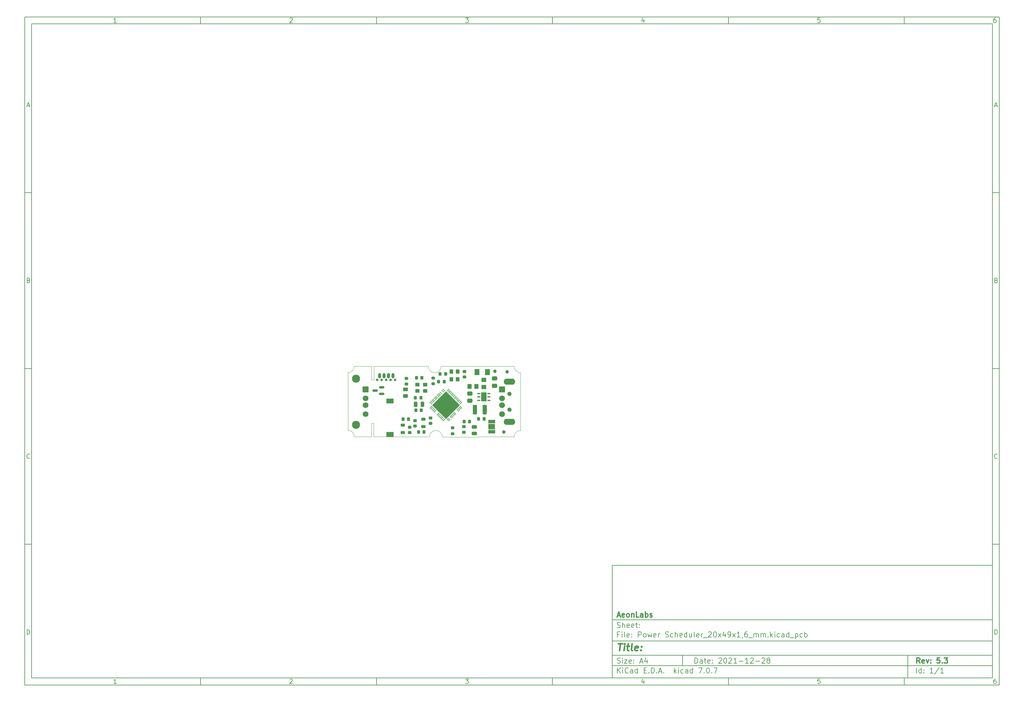
<source format=gbr>
G04 #@! TF.GenerationSoftware,KiCad,Pcbnew,7.0.7*
G04 #@! TF.CreationDate,2023-09-06T15:28:22+02:00*
G04 #@! TF.ProjectId,Power Scheduler_20x49x1_6_mm,506f7765-7220-4536-9368-6564756c6572,5.3*
G04 #@! TF.SameCoordinates,Original*
G04 #@! TF.FileFunction,Soldermask,Top*
G04 #@! TF.FilePolarity,Negative*
%FSLAX46Y46*%
G04 Gerber Fmt 4.6, Leading zero omitted, Abs format (unit mm)*
G04 Created by KiCad (PCBNEW 7.0.7) date 2023-09-06 15:28:22*
%MOMM*%
%LPD*%
G01*
G04 APERTURE LIST*
G04 Aperture macros list*
%AMRoundRect*
0 Rectangle with rounded corners*
0 $1 Rounding radius*
0 $2 $3 $4 $5 $6 $7 $8 $9 X,Y pos of 4 corners*
0 Add a 4 corners polygon primitive as box body*
4,1,4,$2,$3,$4,$5,$6,$7,$8,$9,$2,$3,0*
0 Add four circle primitives for the rounded corners*
1,1,$1+$1,$2,$3*
1,1,$1+$1,$4,$5*
1,1,$1+$1,$6,$7*
1,1,$1+$1,$8,$9*
0 Add four rect primitives between the rounded corners*
20,1,$1+$1,$2,$3,$4,$5,0*
20,1,$1+$1,$4,$5,$6,$7,0*
20,1,$1+$1,$6,$7,$8,$9,0*
20,1,$1+$1,$8,$9,$2,$3,0*%
%AMRotRect*
0 Rectangle, with rotation*
0 The origin of the aperture is its center*
0 $1 length*
0 $2 width*
0 $3 Rotation angle, in degrees counterclockwise*
0 Add horizontal line*
21,1,$1,$2,0,0,$3*%
G04 Aperture macros list end*
%ADD10C,0.100000*%
%ADD11C,0.150000*%
%ADD12C,0.300000*%
%ADD13C,0.400000*%
%ADD14RoundRect,0.225000X-0.250000X0.225000X-0.250000X-0.225000X0.250000X-0.225000X0.250000X0.225000X0*%
%ADD15R,0.840000X0.420000*%
%ADD16R,1.600000X2.500000*%
%ADD17RoundRect,0.250001X-0.462499X-0.624999X0.462499X-0.624999X0.462499X0.624999X-0.462499X0.624999X0*%
%ADD18RoundRect,0.102000X0.150000X-0.425000X0.150000X0.425000X-0.150000X0.425000X-0.150000X-0.425000X0*%
%ADD19RoundRect,0.102000X0.800000X-0.700000X0.800000X0.700000X-0.800000X0.700000X-0.800000X-0.700000X0*%
%ADD20C,2.300000*%
%ADD21RoundRect,0.102000X-0.714000X0.714000X-0.714000X-0.714000X0.714000X-0.714000X0.714000X0.714000X0*%
%ADD22C,1.632000*%
%ADD23C,1.250000*%
%ADD24RoundRect,0.076200X0.754000X-0.754000X0.754000X0.754000X-0.754000X0.754000X-0.754000X-0.754000X0*%
%ADD25C,1.660400*%
%ADD26O,3.302400X1.727400*%
%ADD27RoundRect,0.250000X0.475000X-0.250000X0.475000X0.250000X-0.475000X0.250000X-0.475000X-0.250000X0*%
%ADD28RoundRect,0.225000X-0.225000X-0.250000X0.225000X-0.250000X0.225000X0.250000X-0.225000X0.250000X0*%
%ADD29R,1.300000X1.000000*%
%ADD30RoundRect,0.225000X0.225000X0.250000X-0.225000X0.250000X-0.225000X-0.250000X0.225000X-0.250000X0*%
%ADD31RoundRect,0.050000X-0.238649X-0.309359X0.309359X0.238649X0.238649X0.309359X-0.309359X-0.238649X0*%
%ADD32RoundRect,0.002500X0.000000X-0.003536X0.003536X0.000000X0.000000X0.003536X-0.003536X0.000000X0*%
%ADD33RoundRect,0.050000X0.238649X-0.309359X0.309359X-0.238649X-0.238649X0.309359X-0.309359X0.238649X0*%
%ADD34RotRect,5.600000X5.600000X45.000000*%
%ADD35RoundRect,0.200000X0.275000X-0.200000X0.275000X0.200000X-0.275000X0.200000X-0.275000X-0.200000X0*%
%ADD36RoundRect,0.250000X-0.450000X0.262500X-0.450000X-0.262500X0.450000X-0.262500X0.450000X0.262500X0*%
%ADD37RoundRect,0.250000X-0.350000X-0.450000X0.350000X-0.450000X0.350000X0.450000X-0.350000X0.450000X0*%
%ADD38C,1.000000*%
%ADD39RoundRect,0.200000X-0.275000X0.200000X-0.275000X-0.200000X0.275000X-0.200000X0.275000X0.200000X0*%
%ADD40RoundRect,0.225000X0.250000X-0.225000X0.250000X0.225000X-0.250000X0.225000X-0.250000X-0.225000X0*%
%ADD41RoundRect,0.250000X-0.475000X0.337500X-0.475000X-0.337500X0.475000X-0.337500X0.475000X0.337500X0*%
%ADD42R,2.100000X1.400000*%
%ADD43RoundRect,0.218750X0.381250X-0.218750X0.381250X0.218750X-0.381250X0.218750X-0.381250X-0.218750X0*%
%ADD44RoundRect,0.250000X-0.250000X-0.475000X0.250000X-0.475000X0.250000X0.475000X-0.250000X0.475000X0*%
%ADD45RoundRect,0.250000X-0.375000X-1.075000X0.375000X-1.075000X0.375000X1.075000X-0.375000X1.075000X0*%
%ADD46RoundRect,0.250000X0.450000X-0.350000X0.450000X0.350000X-0.450000X0.350000X-0.450000X-0.350000X0*%
%ADD47RoundRect,0.250000X0.475000X-0.337500X0.475000X0.337500X-0.475000X0.337500X-0.475000X-0.337500X0*%
%ADD48R,1.000000X1.300000*%
%ADD49RoundRect,0.150000X0.587500X0.150000X-0.587500X0.150000X-0.587500X-0.150000X0.587500X-0.150000X0*%
%ADD50C,0.700000*%
%ADD51O,0.800000X1.500000*%
G04 #@! TA.AperFunction,Profile*
%ADD52C,0.050000*%
G04 #@! TD*
G04 APERTURE END LIST*
D10*
D11*
X177002200Y-166007200D02*
X285002200Y-166007200D01*
X285002200Y-198007200D01*
X177002200Y-198007200D01*
X177002200Y-166007200D01*
D10*
D11*
X10000000Y-10000000D02*
X287002200Y-10000000D01*
X287002200Y-200007200D01*
X10000000Y-200007200D01*
X10000000Y-10000000D01*
D10*
D11*
X12000000Y-12000000D02*
X285002200Y-12000000D01*
X285002200Y-198007200D01*
X12000000Y-198007200D01*
X12000000Y-12000000D01*
D10*
D11*
X60000000Y-12000000D02*
X60000000Y-10000000D01*
D10*
D11*
X110000000Y-12000000D02*
X110000000Y-10000000D01*
D10*
D11*
X160000000Y-12000000D02*
X160000000Y-10000000D01*
D10*
D11*
X210000000Y-12000000D02*
X210000000Y-10000000D01*
D10*
D11*
X260000000Y-12000000D02*
X260000000Y-10000000D01*
D10*
D11*
X36089160Y-11593604D02*
X35346303Y-11593604D01*
X35717731Y-11593604D02*
X35717731Y-10293604D01*
X35717731Y-10293604D02*
X35593922Y-10479319D01*
X35593922Y-10479319D02*
X35470112Y-10603128D01*
X35470112Y-10603128D02*
X35346303Y-10665033D01*
D10*
D11*
X85346303Y-10417414D02*
X85408207Y-10355509D01*
X85408207Y-10355509D02*
X85532017Y-10293604D01*
X85532017Y-10293604D02*
X85841541Y-10293604D01*
X85841541Y-10293604D02*
X85965350Y-10355509D01*
X85965350Y-10355509D02*
X86027255Y-10417414D01*
X86027255Y-10417414D02*
X86089160Y-10541223D01*
X86089160Y-10541223D02*
X86089160Y-10665033D01*
X86089160Y-10665033D02*
X86027255Y-10850747D01*
X86027255Y-10850747D02*
X85284398Y-11593604D01*
X85284398Y-11593604D02*
X86089160Y-11593604D01*
D10*
D11*
X135284398Y-10293604D02*
X136089160Y-10293604D01*
X136089160Y-10293604D02*
X135655826Y-10788842D01*
X135655826Y-10788842D02*
X135841541Y-10788842D01*
X135841541Y-10788842D02*
X135965350Y-10850747D01*
X135965350Y-10850747D02*
X136027255Y-10912652D01*
X136027255Y-10912652D02*
X136089160Y-11036461D01*
X136089160Y-11036461D02*
X136089160Y-11345985D01*
X136089160Y-11345985D02*
X136027255Y-11469795D01*
X136027255Y-11469795D02*
X135965350Y-11531700D01*
X135965350Y-11531700D02*
X135841541Y-11593604D01*
X135841541Y-11593604D02*
X135470112Y-11593604D01*
X135470112Y-11593604D02*
X135346303Y-11531700D01*
X135346303Y-11531700D02*
X135284398Y-11469795D01*
D10*
D11*
X185965350Y-10726938D02*
X185965350Y-11593604D01*
X185655826Y-10231700D02*
X185346303Y-11160271D01*
X185346303Y-11160271D02*
X186151064Y-11160271D01*
D10*
D11*
X236027255Y-10293604D02*
X235408207Y-10293604D01*
X235408207Y-10293604D02*
X235346303Y-10912652D01*
X235346303Y-10912652D02*
X235408207Y-10850747D01*
X235408207Y-10850747D02*
X235532017Y-10788842D01*
X235532017Y-10788842D02*
X235841541Y-10788842D01*
X235841541Y-10788842D02*
X235965350Y-10850747D01*
X235965350Y-10850747D02*
X236027255Y-10912652D01*
X236027255Y-10912652D02*
X236089160Y-11036461D01*
X236089160Y-11036461D02*
X236089160Y-11345985D01*
X236089160Y-11345985D02*
X236027255Y-11469795D01*
X236027255Y-11469795D02*
X235965350Y-11531700D01*
X235965350Y-11531700D02*
X235841541Y-11593604D01*
X235841541Y-11593604D02*
X235532017Y-11593604D01*
X235532017Y-11593604D02*
X235408207Y-11531700D01*
X235408207Y-11531700D02*
X235346303Y-11469795D01*
D10*
D11*
X285965350Y-10293604D02*
X285717731Y-10293604D01*
X285717731Y-10293604D02*
X285593922Y-10355509D01*
X285593922Y-10355509D02*
X285532017Y-10417414D01*
X285532017Y-10417414D02*
X285408207Y-10603128D01*
X285408207Y-10603128D02*
X285346303Y-10850747D01*
X285346303Y-10850747D02*
X285346303Y-11345985D01*
X285346303Y-11345985D02*
X285408207Y-11469795D01*
X285408207Y-11469795D02*
X285470112Y-11531700D01*
X285470112Y-11531700D02*
X285593922Y-11593604D01*
X285593922Y-11593604D02*
X285841541Y-11593604D01*
X285841541Y-11593604D02*
X285965350Y-11531700D01*
X285965350Y-11531700D02*
X286027255Y-11469795D01*
X286027255Y-11469795D02*
X286089160Y-11345985D01*
X286089160Y-11345985D02*
X286089160Y-11036461D01*
X286089160Y-11036461D02*
X286027255Y-10912652D01*
X286027255Y-10912652D02*
X285965350Y-10850747D01*
X285965350Y-10850747D02*
X285841541Y-10788842D01*
X285841541Y-10788842D02*
X285593922Y-10788842D01*
X285593922Y-10788842D02*
X285470112Y-10850747D01*
X285470112Y-10850747D02*
X285408207Y-10912652D01*
X285408207Y-10912652D02*
X285346303Y-11036461D01*
D10*
D11*
X60000000Y-198007200D02*
X60000000Y-200007200D01*
D10*
D11*
X110000000Y-198007200D02*
X110000000Y-200007200D01*
D10*
D11*
X160000000Y-198007200D02*
X160000000Y-200007200D01*
D10*
D11*
X210000000Y-198007200D02*
X210000000Y-200007200D01*
D10*
D11*
X260000000Y-198007200D02*
X260000000Y-200007200D01*
D10*
D11*
X36089160Y-199600804D02*
X35346303Y-199600804D01*
X35717731Y-199600804D02*
X35717731Y-198300804D01*
X35717731Y-198300804D02*
X35593922Y-198486519D01*
X35593922Y-198486519D02*
X35470112Y-198610328D01*
X35470112Y-198610328D02*
X35346303Y-198672233D01*
D10*
D11*
X85346303Y-198424614D02*
X85408207Y-198362709D01*
X85408207Y-198362709D02*
X85532017Y-198300804D01*
X85532017Y-198300804D02*
X85841541Y-198300804D01*
X85841541Y-198300804D02*
X85965350Y-198362709D01*
X85965350Y-198362709D02*
X86027255Y-198424614D01*
X86027255Y-198424614D02*
X86089160Y-198548423D01*
X86089160Y-198548423D02*
X86089160Y-198672233D01*
X86089160Y-198672233D02*
X86027255Y-198857947D01*
X86027255Y-198857947D02*
X85284398Y-199600804D01*
X85284398Y-199600804D02*
X86089160Y-199600804D01*
D10*
D11*
X135284398Y-198300804D02*
X136089160Y-198300804D01*
X136089160Y-198300804D02*
X135655826Y-198796042D01*
X135655826Y-198796042D02*
X135841541Y-198796042D01*
X135841541Y-198796042D02*
X135965350Y-198857947D01*
X135965350Y-198857947D02*
X136027255Y-198919852D01*
X136027255Y-198919852D02*
X136089160Y-199043661D01*
X136089160Y-199043661D02*
X136089160Y-199353185D01*
X136089160Y-199353185D02*
X136027255Y-199476995D01*
X136027255Y-199476995D02*
X135965350Y-199538900D01*
X135965350Y-199538900D02*
X135841541Y-199600804D01*
X135841541Y-199600804D02*
X135470112Y-199600804D01*
X135470112Y-199600804D02*
X135346303Y-199538900D01*
X135346303Y-199538900D02*
X135284398Y-199476995D01*
D10*
D11*
X185965350Y-198734138D02*
X185965350Y-199600804D01*
X185655826Y-198238900D02*
X185346303Y-199167471D01*
X185346303Y-199167471D02*
X186151064Y-199167471D01*
D10*
D11*
X236027255Y-198300804D02*
X235408207Y-198300804D01*
X235408207Y-198300804D02*
X235346303Y-198919852D01*
X235346303Y-198919852D02*
X235408207Y-198857947D01*
X235408207Y-198857947D02*
X235532017Y-198796042D01*
X235532017Y-198796042D02*
X235841541Y-198796042D01*
X235841541Y-198796042D02*
X235965350Y-198857947D01*
X235965350Y-198857947D02*
X236027255Y-198919852D01*
X236027255Y-198919852D02*
X236089160Y-199043661D01*
X236089160Y-199043661D02*
X236089160Y-199353185D01*
X236089160Y-199353185D02*
X236027255Y-199476995D01*
X236027255Y-199476995D02*
X235965350Y-199538900D01*
X235965350Y-199538900D02*
X235841541Y-199600804D01*
X235841541Y-199600804D02*
X235532017Y-199600804D01*
X235532017Y-199600804D02*
X235408207Y-199538900D01*
X235408207Y-199538900D02*
X235346303Y-199476995D01*
D10*
D11*
X285965350Y-198300804D02*
X285717731Y-198300804D01*
X285717731Y-198300804D02*
X285593922Y-198362709D01*
X285593922Y-198362709D02*
X285532017Y-198424614D01*
X285532017Y-198424614D02*
X285408207Y-198610328D01*
X285408207Y-198610328D02*
X285346303Y-198857947D01*
X285346303Y-198857947D02*
X285346303Y-199353185D01*
X285346303Y-199353185D02*
X285408207Y-199476995D01*
X285408207Y-199476995D02*
X285470112Y-199538900D01*
X285470112Y-199538900D02*
X285593922Y-199600804D01*
X285593922Y-199600804D02*
X285841541Y-199600804D01*
X285841541Y-199600804D02*
X285965350Y-199538900D01*
X285965350Y-199538900D02*
X286027255Y-199476995D01*
X286027255Y-199476995D02*
X286089160Y-199353185D01*
X286089160Y-199353185D02*
X286089160Y-199043661D01*
X286089160Y-199043661D02*
X286027255Y-198919852D01*
X286027255Y-198919852D02*
X285965350Y-198857947D01*
X285965350Y-198857947D02*
X285841541Y-198796042D01*
X285841541Y-198796042D02*
X285593922Y-198796042D01*
X285593922Y-198796042D02*
X285470112Y-198857947D01*
X285470112Y-198857947D02*
X285408207Y-198919852D01*
X285408207Y-198919852D02*
X285346303Y-199043661D01*
D10*
D11*
X10000000Y-60000000D02*
X12000000Y-60000000D01*
D10*
D11*
X10000000Y-110000000D02*
X12000000Y-110000000D01*
D10*
D11*
X10000000Y-160000000D02*
X12000000Y-160000000D01*
D10*
D11*
X10690476Y-35222176D02*
X11309523Y-35222176D01*
X10566666Y-35593604D02*
X10999999Y-34293604D01*
X10999999Y-34293604D02*
X11433333Y-35593604D01*
D10*
D11*
X11092857Y-84912652D02*
X11278571Y-84974557D01*
X11278571Y-84974557D02*
X11340476Y-85036461D01*
X11340476Y-85036461D02*
X11402380Y-85160271D01*
X11402380Y-85160271D02*
X11402380Y-85345985D01*
X11402380Y-85345985D02*
X11340476Y-85469795D01*
X11340476Y-85469795D02*
X11278571Y-85531700D01*
X11278571Y-85531700D02*
X11154761Y-85593604D01*
X11154761Y-85593604D02*
X10659523Y-85593604D01*
X10659523Y-85593604D02*
X10659523Y-84293604D01*
X10659523Y-84293604D02*
X11092857Y-84293604D01*
X11092857Y-84293604D02*
X11216666Y-84355509D01*
X11216666Y-84355509D02*
X11278571Y-84417414D01*
X11278571Y-84417414D02*
X11340476Y-84541223D01*
X11340476Y-84541223D02*
X11340476Y-84665033D01*
X11340476Y-84665033D02*
X11278571Y-84788842D01*
X11278571Y-84788842D02*
X11216666Y-84850747D01*
X11216666Y-84850747D02*
X11092857Y-84912652D01*
X11092857Y-84912652D02*
X10659523Y-84912652D01*
D10*
D11*
X11402380Y-135469795D02*
X11340476Y-135531700D01*
X11340476Y-135531700D02*
X11154761Y-135593604D01*
X11154761Y-135593604D02*
X11030952Y-135593604D01*
X11030952Y-135593604D02*
X10845238Y-135531700D01*
X10845238Y-135531700D02*
X10721428Y-135407890D01*
X10721428Y-135407890D02*
X10659523Y-135284080D01*
X10659523Y-135284080D02*
X10597619Y-135036461D01*
X10597619Y-135036461D02*
X10597619Y-134850747D01*
X10597619Y-134850747D02*
X10659523Y-134603128D01*
X10659523Y-134603128D02*
X10721428Y-134479319D01*
X10721428Y-134479319D02*
X10845238Y-134355509D01*
X10845238Y-134355509D02*
X11030952Y-134293604D01*
X11030952Y-134293604D02*
X11154761Y-134293604D01*
X11154761Y-134293604D02*
X11340476Y-134355509D01*
X11340476Y-134355509D02*
X11402380Y-134417414D01*
D10*
D11*
X10659523Y-185593604D02*
X10659523Y-184293604D01*
X10659523Y-184293604D02*
X10969047Y-184293604D01*
X10969047Y-184293604D02*
X11154761Y-184355509D01*
X11154761Y-184355509D02*
X11278571Y-184479319D01*
X11278571Y-184479319D02*
X11340476Y-184603128D01*
X11340476Y-184603128D02*
X11402380Y-184850747D01*
X11402380Y-184850747D02*
X11402380Y-185036461D01*
X11402380Y-185036461D02*
X11340476Y-185284080D01*
X11340476Y-185284080D02*
X11278571Y-185407890D01*
X11278571Y-185407890D02*
X11154761Y-185531700D01*
X11154761Y-185531700D02*
X10969047Y-185593604D01*
X10969047Y-185593604D02*
X10659523Y-185593604D01*
D10*
D11*
X287002200Y-60000000D02*
X285002200Y-60000000D01*
D10*
D11*
X287002200Y-110000000D02*
X285002200Y-110000000D01*
D10*
D11*
X287002200Y-160000000D02*
X285002200Y-160000000D01*
D10*
D11*
X285692676Y-35222176D02*
X286311723Y-35222176D01*
X285568866Y-35593604D02*
X286002199Y-34293604D01*
X286002199Y-34293604D02*
X286435533Y-35593604D01*
D10*
D11*
X286095057Y-84912652D02*
X286280771Y-84974557D01*
X286280771Y-84974557D02*
X286342676Y-85036461D01*
X286342676Y-85036461D02*
X286404580Y-85160271D01*
X286404580Y-85160271D02*
X286404580Y-85345985D01*
X286404580Y-85345985D02*
X286342676Y-85469795D01*
X286342676Y-85469795D02*
X286280771Y-85531700D01*
X286280771Y-85531700D02*
X286156961Y-85593604D01*
X286156961Y-85593604D02*
X285661723Y-85593604D01*
X285661723Y-85593604D02*
X285661723Y-84293604D01*
X285661723Y-84293604D02*
X286095057Y-84293604D01*
X286095057Y-84293604D02*
X286218866Y-84355509D01*
X286218866Y-84355509D02*
X286280771Y-84417414D01*
X286280771Y-84417414D02*
X286342676Y-84541223D01*
X286342676Y-84541223D02*
X286342676Y-84665033D01*
X286342676Y-84665033D02*
X286280771Y-84788842D01*
X286280771Y-84788842D02*
X286218866Y-84850747D01*
X286218866Y-84850747D02*
X286095057Y-84912652D01*
X286095057Y-84912652D02*
X285661723Y-84912652D01*
D10*
D11*
X286404580Y-135469795D02*
X286342676Y-135531700D01*
X286342676Y-135531700D02*
X286156961Y-135593604D01*
X286156961Y-135593604D02*
X286033152Y-135593604D01*
X286033152Y-135593604D02*
X285847438Y-135531700D01*
X285847438Y-135531700D02*
X285723628Y-135407890D01*
X285723628Y-135407890D02*
X285661723Y-135284080D01*
X285661723Y-135284080D02*
X285599819Y-135036461D01*
X285599819Y-135036461D02*
X285599819Y-134850747D01*
X285599819Y-134850747D02*
X285661723Y-134603128D01*
X285661723Y-134603128D02*
X285723628Y-134479319D01*
X285723628Y-134479319D02*
X285847438Y-134355509D01*
X285847438Y-134355509D02*
X286033152Y-134293604D01*
X286033152Y-134293604D02*
X286156961Y-134293604D01*
X286156961Y-134293604D02*
X286342676Y-134355509D01*
X286342676Y-134355509D02*
X286404580Y-134417414D01*
D10*
D11*
X285661723Y-185593604D02*
X285661723Y-184293604D01*
X285661723Y-184293604D02*
X285971247Y-184293604D01*
X285971247Y-184293604D02*
X286156961Y-184355509D01*
X286156961Y-184355509D02*
X286280771Y-184479319D01*
X286280771Y-184479319D02*
X286342676Y-184603128D01*
X286342676Y-184603128D02*
X286404580Y-184850747D01*
X286404580Y-184850747D02*
X286404580Y-185036461D01*
X286404580Y-185036461D02*
X286342676Y-185284080D01*
X286342676Y-185284080D02*
X286280771Y-185407890D01*
X286280771Y-185407890D02*
X286156961Y-185531700D01*
X286156961Y-185531700D02*
X285971247Y-185593604D01*
X285971247Y-185593604D02*
X285661723Y-185593604D01*
D10*
D11*
X200458026Y-193793328D02*
X200458026Y-192293328D01*
X200458026Y-192293328D02*
X200815169Y-192293328D01*
X200815169Y-192293328D02*
X201029455Y-192364757D01*
X201029455Y-192364757D02*
X201172312Y-192507614D01*
X201172312Y-192507614D02*
X201243741Y-192650471D01*
X201243741Y-192650471D02*
X201315169Y-192936185D01*
X201315169Y-192936185D02*
X201315169Y-193150471D01*
X201315169Y-193150471D02*
X201243741Y-193436185D01*
X201243741Y-193436185D02*
X201172312Y-193579042D01*
X201172312Y-193579042D02*
X201029455Y-193721900D01*
X201029455Y-193721900D02*
X200815169Y-193793328D01*
X200815169Y-193793328D02*
X200458026Y-193793328D01*
X202600884Y-193793328D02*
X202600884Y-193007614D01*
X202600884Y-193007614D02*
X202529455Y-192864757D01*
X202529455Y-192864757D02*
X202386598Y-192793328D01*
X202386598Y-192793328D02*
X202100884Y-192793328D01*
X202100884Y-192793328D02*
X201958026Y-192864757D01*
X202600884Y-193721900D02*
X202458026Y-193793328D01*
X202458026Y-193793328D02*
X202100884Y-193793328D01*
X202100884Y-193793328D02*
X201958026Y-193721900D01*
X201958026Y-193721900D02*
X201886598Y-193579042D01*
X201886598Y-193579042D02*
X201886598Y-193436185D01*
X201886598Y-193436185D02*
X201958026Y-193293328D01*
X201958026Y-193293328D02*
X202100884Y-193221900D01*
X202100884Y-193221900D02*
X202458026Y-193221900D01*
X202458026Y-193221900D02*
X202600884Y-193150471D01*
X203100884Y-192793328D02*
X203672312Y-192793328D01*
X203315169Y-192293328D02*
X203315169Y-193579042D01*
X203315169Y-193579042D02*
X203386598Y-193721900D01*
X203386598Y-193721900D02*
X203529455Y-193793328D01*
X203529455Y-193793328D02*
X203672312Y-193793328D01*
X204743741Y-193721900D02*
X204600884Y-193793328D01*
X204600884Y-193793328D02*
X204315170Y-193793328D01*
X204315170Y-193793328D02*
X204172312Y-193721900D01*
X204172312Y-193721900D02*
X204100884Y-193579042D01*
X204100884Y-193579042D02*
X204100884Y-193007614D01*
X204100884Y-193007614D02*
X204172312Y-192864757D01*
X204172312Y-192864757D02*
X204315170Y-192793328D01*
X204315170Y-192793328D02*
X204600884Y-192793328D01*
X204600884Y-192793328D02*
X204743741Y-192864757D01*
X204743741Y-192864757D02*
X204815170Y-193007614D01*
X204815170Y-193007614D02*
X204815170Y-193150471D01*
X204815170Y-193150471D02*
X204100884Y-193293328D01*
X205458026Y-193650471D02*
X205529455Y-193721900D01*
X205529455Y-193721900D02*
X205458026Y-193793328D01*
X205458026Y-193793328D02*
X205386598Y-193721900D01*
X205386598Y-193721900D02*
X205458026Y-193650471D01*
X205458026Y-193650471D02*
X205458026Y-193793328D01*
X205458026Y-192864757D02*
X205529455Y-192936185D01*
X205529455Y-192936185D02*
X205458026Y-193007614D01*
X205458026Y-193007614D02*
X205386598Y-192936185D01*
X205386598Y-192936185D02*
X205458026Y-192864757D01*
X205458026Y-192864757D02*
X205458026Y-193007614D01*
X207243741Y-192436185D02*
X207315169Y-192364757D01*
X207315169Y-192364757D02*
X207458027Y-192293328D01*
X207458027Y-192293328D02*
X207815169Y-192293328D01*
X207815169Y-192293328D02*
X207958027Y-192364757D01*
X207958027Y-192364757D02*
X208029455Y-192436185D01*
X208029455Y-192436185D02*
X208100884Y-192579042D01*
X208100884Y-192579042D02*
X208100884Y-192721900D01*
X208100884Y-192721900D02*
X208029455Y-192936185D01*
X208029455Y-192936185D02*
X207172312Y-193793328D01*
X207172312Y-193793328D02*
X208100884Y-193793328D01*
X209029455Y-192293328D02*
X209172312Y-192293328D01*
X209172312Y-192293328D02*
X209315169Y-192364757D01*
X209315169Y-192364757D02*
X209386598Y-192436185D01*
X209386598Y-192436185D02*
X209458026Y-192579042D01*
X209458026Y-192579042D02*
X209529455Y-192864757D01*
X209529455Y-192864757D02*
X209529455Y-193221900D01*
X209529455Y-193221900D02*
X209458026Y-193507614D01*
X209458026Y-193507614D02*
X209386598Y-193650471D01*
X209386598Y-193650471D02*
X209315169Y-193721900D01*
X209315169Y-193721900D02*
X209172312Y-193793328D01*
X209172312Y-193793328D02*
X209029455Y-193793328D01*
X209029455Y-193793328D02*
X208886598Y-193721900D01*
X208886598Y-193721900D02*
X208815169Y-193650471D01*
X208815169Y-193650471D02*
X208743740Y-193507614D01*
X208743740Y-193507614D02*
X208672312Y-193221900D01*
X208672312Y-193221900D02*
X208672312Y-192864757D01*
X208672312Y-192864757D02*
X208743740Y-192579042D01*
X208743740Y-192579042D02*
X208815169Y-192436185D01*
X208815169Y-192436185D02*
X208886598Y-192364757D01*
X208886598Y-192364757D02*
X209029455Y-192293328D01*
X210100883Y-192436185D02*
X210172311Y-192364757D01*
X210172311Y-192364757D02*
X210315169Y-192293328D01*
X210315169Y-192293328D02*
X210672311Y-192293328D01*
X210672311Y-192293328D02*
X210815169Y-192364757D01*
X210815169Y-192364757D02*
X210886597Y-192436185D01*
X210886597Y-192436185D02*
X210958026Y-192579042D01*
X210958026Y-192579042D02*
X210958026Y-192721900D01*
X210958026Y-192721900D02*
X210886597Y-192936185D01*
X210886597Y-192936185D02*
X210029454Y-193793328D01*
X210029454Y-193793328D02*
X210958026Y-193793328D01*
X212386597Y-193793328D02*
X211529454Y-193793328D01*
X211958025Y-193793328D02*
X211958025Y-192293328D01*
X211958025Y-192293328D02*
X211815168Y-192507614D01*
X211815168Y-192507614D02*
X211672311Y-192650471D01*
X211672311Y-192650471D02*
X211529454Y-192721900D01*
X213029453Y-193221900D02*
X214172311Y-193221900D01*
X215672311Y-193793328D02*
X214815168Y-193793328D01*
X215243739Y-193793328D02*
X215243739Y-192293328D01*
X215243739Y-192293328D02*
X215100882Y-192507614D01*
X215100882Y-192507614D02*
X214958025Y-192650471D01*
X214958025Y-192650471D02*
X214815168Y-192721900D01*
X216243739Y-192436185D02*
X216315167Y-192364757D01*
X216315167Y-192364757D02*
X216458025Y-192293328D01*
X216458025Y-192293328D02*
X216815167Y-192293328D01*
X216815167Y-192293328D02*
X216958025Y-192364757D01*
X216958025Y-192364757D02*
X217029453Y-192436185D01*
X217029453Y-192436185D02*
X217100882Y-192579042D01*
X217100882Y-192579042D02*
X217100882Y-192721900D01*
X217100882Y-192721900D02*
X217029453Y-192936185D01*
X217029453Y-192936185D02*
X216172310Y-193793328D01*
X216172310Y-193793328D02*
X217100882Y-193793328D01*
X217743738Y-193221900D02*
X218886596Y-193221900D01*
X219529453Y-192436185D02*
X219600881Y-192364757D01*
X219600881Y-192364757D02*
X219743739Y-192293328D01*
X219743739Y-192293328D02*
X220100881Y-192293328D01*
X220100881Y-192293328D02*
X220243739Y-192364757D01*
X220243739Y-192364757D02*
X220315167Y-192436185D01*
X220315167Y-192436185D02*
X220386596Y-192579042D01*
X220386596Y-192579042D02*
X220386596Y-192721900D01*
X220386596Y-192721900D02*
X220315167Y-192936185D01*
X220315167Y-192936185D02*
X219458024Y-193793328D01*
X219458024Y-193793328D02*
X220386596Y-193793328D01*
X221243738Y-192936185D02*
X221100881Y-192864757D01*
X221100881Y-192864757D02*
X221029452Y-192793328D01*
X221029452Y-192793328D02*
X220958024Y-192650471D01*
X220958024Y-192650471D02*
X220958024Y-192579042D01*
X220958024Y-192579042D02*
X221029452Y-192436185D01*
X221029452Y-192436185D02*
X221100881Y-192364757D01*
X221100881Y-192364757D02*
X221243738Y-192293328D01*
X221243738Y-192293328D02*
X221529452Y-192293328D01*
X221529452Y-192293328D02*
X221672310Y-192364757D01*
X221672310Y-192364757D02*
X221743738Y-192436185D01*
X221743738Y-192436185D02*
X221815167Y-192579042D01*
X221815167Y-192579042D02*
X221815167Y-192650471D01*
X221815167Y-192650471D02*
X221743738Y-192793328D01*
X221743738Y-192793328D02*
X221672310Y-192864757D01*
X221672310Y-192864757D02*
X221529452Y-192936185D01*
X221529452Y-192936185D02*
X221243738Y-192936185D01*
X221243738Y-192936185D02*
X221100881Y-193007614D01*
X221100881Y-193007614D02*
X221029452Y-193079042D01*
X221029452Y-193079042D02*
X220958024Y-193221900D01*
X220958024Y-193221900D02*
X220958024Y-193507614D01*
X220958024Y-193507614D02*
X221029452Y-193650471D01*
X221029452Y-193650471D02*
X221100881Y-193721900D01*
X221100881Y-193721900D02*
X221243738Y-193793328D01*
X221243738Y-193793328D02*
X221529452Y-193793328D01*
X221529452Y-193793328D02*
X221672310Y-193721900D01*
X221672310Y-193721900D02*
X221743738Y-193650471D01*
X221743738Y-193650471D02*
X221815167Y-193507614D01*
X221815167Y-193507614D02*
X221815167Y-193221900D01*
X221815167Y-193221900D02*
X221743738Y-193079042D01*
X221743738Y-193079042D02*
X221672310Y-193007614D01*
X221672310Y-193007614D02*
X221529452Y-192936185D01*
D10*
D11*
X177002200Y-194507200D02*
X285002200Y-194507200D01*
D10*
D11*
X178458026Y-196593328D02*
X178458026Y-195093328D01*
X179315169Y-196593328D02*
X178672312Y-195736185D01*
X179315169Y-195093328D02*
X178458026Y-195950471D01*
X179958026Y-196593328D02*
X179958026Y-195593328D01*
X179958026Y-195093328D02*
X179886598Y-195164757D01*
X179886598Y-195164757D02*
X179958026Y-195236185D01*
X179958026Y-195236185D02*
X180029455Y-195164757D01*
X180029455Y-195164757D02*
X179958026Y-195093328D01*
X179958026Y-195093328D02*
X179958026Y-195236185D01*
X181529455Y-196450471D02*
X181458027Y-196521900D01*
X181458027Y-196521900D02*
X181243741Y-196593328D01*
X181243741Y-196593328D02*
X181100884Y-196593328D01*
X181100884Y-196593328D02*
X180886598Y-196521900D01*
X180886598Y-196521900D02*
X180743741Y-196379042D01*
X180743741Y-196379042D02*
X180672312Y-196236185D01*
X180672312Y-196236185D02*
X180600884Y-195950471D01*
X180600884Y-195950471D02*
X180600884Y-195736185D01*
X180600884Y-195736185D02*
X180672312Y-195450471D01*
X180672312Y-195450471D02*
X180743741Y-195307614D01*
X180743741Y-195307614D02*
X180886598Y-195164757D01*
X180886598Y-195164757D02*
X181100884Y-195093328D01*
X181100884Y-195093328D02*
X181243741Y-195093328D01*
X181243741Y-195093328D02*
X181458027Y-195164757D01*
X181458027Y-195164757D02*
X181529455Y-195236185D01*
X182815170Y-196593328D02*
X182815170Y-195807614D01*
X182815170Y-195807614D02*
X182743741Y-195664757D01*
X182743741Y-195664757D02*
X182600884Y-195593328D01*
X182600884Y-195593328D02*
X182315170Y-195593328D01*
X182315170Y-195593328D02*
X182172312Y-195664757D01*
X182815170Y-196521900D02*
X182672312Y-196593328D01*
X182672312Y-196593328D02*
X182315170Y-196593328D01*
X182315170Y-196593328D02*
X182172312Y-196521900D01*
X182172312Y-196521900D02*
X182100884Y-196379042D01*
X182100884Y-196379042D02*
X182100884Y-196236185D01*
X182100884Y-196236185D02*
X182172312Y-196093328D01*
X182172312Y-196093328D02*
X182315170Y-196021900D01*
X182315170Y-196021900D02*
X182672312Y-196021900D01*
X182672312Y-196021900D02*
X182815170Y-195950471D01*
X184172313Y-196593328D02*
X184172313Y-195093328D01*
X184172313Y-196521900D02*
X184029455Y-196593328D01*
X184029455Y-196593328D02*
X183743741Y-196593328D01*
X183743741Y-196593328D02*
X183600884Y-196521900D01*
X183600884Y-196521900D02*
X183529455Y-196450471D01*
X183529455Y-196450471D02*
X183458027Y-196307614D01*
X183458027Y-196307614D02*
X183458027Y-195879042D01*
X183458027Y-195879042D02*
X183529455Y-195736185D01*
X183529455Y-195736185D02*
X183600884Y-195664757D01*
X183600884Y-195664757D02*
X183743741Y-195593328D01*
X183743741Y-195593328D02*
X184029455Y-195593328D01*
X184029455Y-195593328D02*
X184172313Y-195664757D01*
X186029455Y-195807614D02*
X186529455Y-195807614D01*
X186743741Y-196593328D02*
X186029455Y-196593328D01*
X186029455Y-196593328D02*
X186029455Y-195093328D01*
X186029455Y-195093328D02*
X186743741Y-195093328D01*
X187386598Y-196450471D02*
X187458027Y-196521900D01*
X187458027Y-196521900D02*
X187386598Y-196593328D01*
X187386598Y-196593328D02*
X187315170Y-196521900D01*
X187315170Y-196521900D02*
X187386598Y-196450471D01*
X187386598Y-196450471D02*
X187386598Y-196593328D01*
X188100884Y-196593328D02*
X188100884Y-195093328D01*
X188100884Y-195093328D02*
X188458027Y-195093328D01*
X188458027Y-195093328D02*
X188672313Y-195164757D01*
X188672313Y-195164757D02*
X188815170Y-195307614D01*
X188815170Y-195307614D02*
X188886599Y-195450471D01*
X188886599Y-195450471D02*
X188958027Y-195736185D01*
X188958027Y-195736185D02*
X188958027Y-195950471D01*
X188958027Y-195950471D02*
X188886599Y-196236185D01*
X188886599Y-196236185D02*
X188815170Y-196379042D01*
X188815170Y-196379042D02*
X188672313Y-196521900D01*
X188672313Y-196521900D02*
X188458027Y-196593328D01*
X188458027Y-196593328D02*
X188100884Y-196593328D01*
X189600884Y-196450471D02*
X189672313Y-196521900D01*
X189672313Y-196521900D02*
X189600884Y-196593328D01*
X189600884Y-196593328D02*
X189529456Y-196521900D01*
X189529456Y-196521900D02*
X189600884Y-196450471D01*
X189600884Y-196450471D02*
X189600884Y-196593328D01*
X190243742Y-196164757D02*
X190958028Y-196164757D01*
X190100885Y-196593328D02*
X190600885Y-195093328D01*
X190600885Y-195093328D02*
X191100885Y-196593328D01*
X191600884Y-196450471D02*
X191672313Y-196521900D01*
X191672313Y-196521900D02*
X191600884Y-196593328D01*
X191600884Y-196593328D02*
X191529456Y-196521900D01*
X191529456Y-196521900D02*
X191600884Y-196450471D01*
X191600884Y-196450471D02*
X191600884Y-196593328D01*
X194600884Y-196593328D02*
X194600884Y-195093328D01*
X194743742Y-196021900D02*
X195172313Y-196593328D01*
X195172313Y-195593328D02*
X194600884Y-196164757D01*
X195815170Y-196593328D02*
X195815170Y-195593328D01*
X195815170Y-195093328D02*
X195743742Y-195164757D01*
X195743742Y-195164757D02*
X195815170Y-195236185D01*
X195815170Y-195236185D02*
X195886599Y-195164757D01*
X195886599Y-195164757D02*
X195815170Y-195093328D01*
X195815170Y-195093328D02*
X195815170Y-195236185D01*
X197172314Y-196521900D02*
X197029456Y-196593328D01*
X197029456Y-196593328D02*
X196743742Y-196593328D01*
X196743742Y-196593328D02*
X196600885Y-196521900D01*
X196600885Y-196521900D02*
X196529456Y-196450471D01*
X196529456Y-196450471D02*
X196458028Y-196307614D01*
X196458028Y-196307614D02*
X196458028Y-195879042D01*
X196458028Y-195879042D02*
X196529456Y-195736185D01*
X196529456Y-195736185D02*
X196600885Y-195664757D01*
X196600885Y-195664757D02*
X196743742Y-195593328D01*
X196743742Y-195593328D02*
X197029456Y-195593328D01*
X197029456Y-195593328D02*
X197172314Y-195664757D01*
X198458028Y-196593328D02*
X198458028Y-195807614D01*
X198458028Y-195807614D02*
X198386599Y-195664757D01*
X198386599Y-195664757D02*
X198243742Y-195593328D01*
X198243742Y-195593328D02*
X197958028Y-195593328D01*
X197958028Y-195593328D02*
X197815170Y-195664757D01*
X198458028Y-196521900D02*
X198315170Y-196593328D01*
X198315170Y-196593328D02*
X197958028Y-196593328D01*
X197958028Y-196593328D02*
X197815170Y-196521900D01*
X197815170Y-196521900D02*
X197743742Y-196379042D01*
X197743742Y-196379042D02*
X197743742Y-196236185D01*
X197743742Y-196236185D02*
X197815170Y-196093328D01*
X197815170Y-196093328D02*
X197958028Y-196021900D01*
X197958028Y-196021900D02*
X198315170Y-196021900D01*
X198315170Y-196021900D02*
X198458028Y-195950471D01*
X199815171Y-196593328D02*
X199815171Y-195093328D01*
X199815171Y-196521900D02*
X199672313Y-196593328D01*
X199672313Y-196593328D02*
X199386599Y-196593328D01*
X199386599Y-196593328D02*
X199243742Y-196521900D01*
X199243742Y-196521900D02*
X199172313Y-196450471D01*
X199172313Y-196450471D02*
X199100885Y-196307614D01*
X199100885Y-196307614D02*
X199100885Y-195879042D01*
X199100885Y-195879042D02*
X199172313Y-195736185D01*
X199172313Y-195736185D02*
X199243742Y-195664757D01*
X199243742Y-195664757D02*
X199386599Y-195593328D01*
X199386599Y-195593328D02*
X199672313Y-195593328D01*
X199672313Y-195593328D02*
X199815171Y-195664757D01*
X201529456Y-195093328D02*
X202529456Y-195093328D01*
X202529456Y-195093328D02*
X201886599Y-196593328D01*
X203100884Y-196450471D02*
X203172313Y-196521900D01*
X203172313Y-196521900D02*
X203100884Y-196593328D01*
X203100884Y-196593328D02*
X203029456Y-196521900D01*
X203029456Y-196521900D02*
X203100884Y-196450471D01*
X203100884Y-196450471D02*
X203100884Y-196593328D01*
X204100885Y-195093328D02*
X204243742Y-195093328D01*
X204243742Y-195093328D02*
X204386599Y-195164757D01*
X204386599Y-195164757D02*
X204458028Y-195236185D01*
X204458028Y-195236185D02*
X204529456Y-195379042D01*
X204529456Y-195379042D02*
X204600885Y-195664757D01*
X204600885Y-195664757D02*
X204600885Y-196021900D01*
X204600885Y-196021900D02*
X204529456Y-196307614D01*
X204529456Y-196307614D02*
X204458028Y-196450471D01*
X204458028Y-196450471D02*
X204386599Y-196521900D01*
X204386599Y-196521900D02*
X204243742Y-196593328D01*
X204243742Y-196593328D02*
X204100885Y-196593328D01*
X204100885Y-196593328D02*
X203958028Y-196521900D01*
X203958028Y-196521900D02*
X203886599Y-196450471D01*
X203886599Y-196450471D02*
X203815170Y-196307614D01*
X203815170Y-196307614D02*
X203743742Y-196021900D01*
X203743742Y-196021900D02*
X203743742Y-195664757D01*
X203743742Y-195664757D02*
X203815170Y-195379042D01*
X203815170Y-195379042D02*
X203886599Y-195236185D01*
X203886599Y-195236185D02*
X203958028Y-195164757D01*
X203958028Y-195164757D02*
X204100885Y-195093328D01*
X205243741Y-196450471D02*
X205315170Y-196521900D01*
X205315170Y-196521900D02*
X205243741Y-196593328D01*
X205243741Y-196593328D02*
X205172313Y-196521900D01*
X205172313Y-196521900D02*
X205243741Y-196450471D01*
X205243741Y-196450471D02*
X205243741Y-196593328D01*
X205815170Y-195093328D02*
X206815170Y-195093328D01*
X206815170Y-195093328D02*
X206172313Y-196593328D01*
D10*
D11*
X177002200Y-191507200D02*
X285002200Y-191507200D01*
D10*
D12*
X264413853Y-193785528D02*
X263913853Y-193071242D01*
X263556710Y-193785528D02*
X263556710Y-192285528D01*
X263556710Y-192285528D02*
X264128139Y-192285528D01*
X264128139Y-192285528D02*
X264270996Y-192356957D01*
X264270996Y-192356957D02*
X264342425Y-192428385D01*
X264342425Y-192428385D02*
X264413853Y-192571242D01*
X264413853Y-192571242D02*
X264413853Y-192785528D01*
X264413853Y-192785528D02*
X264342425Y-192928385D01*
X264342425Y-192928385D02*
X264270996Y-192999814D01*
X264270996Y-192999814D02*
X264128139Y-193071242D01*
X264128139Y-193071242D02*
X263556710Y-193071242D01*
X265628139Y-193714100D02*
X265485282Y-193785528D01*
X265485282Y-193785528D02*
X265199568Y-193785528D01*
X265199568Y-193785528D02*
X265056710Y-193714100D01*
X265056710Y-193714100D02*
X264985282Y-193571242D01*
X264985282Y-193571242D02*
X264985282Y-192999814D01*
X264985282Y-192999814D02*
X265056710Y-192856957D01*
X265056710Y-192856957D02*
X265199568Y-192785528D01*
X265199568Y-192785528D02*
X265485282Y-192785528D01*
X265485282Y-192785528D02*
X265628139Y-192856957D01*
X265628139Y-192856957D02*
X265699568Y-192999814D01*
X265699568Y-192999814D02*
X265699568Y-193142671D01*
X265699568Y-193142671D02*
X264985282Y-193285528D01*
X266199567Y-192785528D02*
X266556710Y-193785528D01*
X266556710Y-193785528D02*
X266913853Y-192785528D01*
X267485281Y-193642671D02*
X267556710Y-193714100D01*
X267556710Y-193714100D02*
X267485281Y-193785528D01*
X267485281Y-193785528D02*
X267413853Y-193714100D01*
X267413853Y-193714100D02*
X267485281Y-193642671D01*
X267485281Y-193642671D02*
X267485281Y-193785528D01*
X267485281Y-192856957D02*
X267556710Y-192928385D01*
X267556710Y-192928385D02*
X267485281Y-192999814D01*
X267485281Y-192999814D02*
X267413853Y-192928385D01*
X267413853Y-192928385D02*
X267485281Y-192856957D01*
X267485281Y-192856957D02*
X267485281Y-192999814D01*
X270056710Y-192285528D02*
X269342424Y-192285528D01*
X269342424Y-192285528D02*
X269270996Y-192999814D01*
X269270996Y-192999814D02*
X269342424Y-192928385D01*
X269342424Y-192928385D02*
X269485282Y-192856957D01*
X269485282Y-192856957D02*
X269842424Y-192856957D01*
X269842424Y-192856957D02*
X269985282Y-192928385D01*
X269985282Y-192928385D02*
X270056710Y-192999814D01*
X270056710Y-192999814D02*
X270128139Y-193142671D01*
X270128139Y-193142671D02*
X270128139Y-193499814D01*
X270128139Y-193499814D02*
X270056710Y-193642671D01*
X270056710Y-193642671D02*
X269985282Y-193714100D01*
X269985282Y-193714100D02*
X269842424Y-193785528D01*
X269842424Y-193785528D02*
X269485282Y-193785528D01*
X269485282Y-193785528D02*
X269342424Y-193714100D01*
X269342424Y-193714100D02*
X269270996Y-193642671D01*
X270770995Y-193642671D02*
X270842424Y-193714100D01*
X270842424Y-193714100D02*
X270770995Y-193785528D01*
X270770995Y-193785528D02*
X270699567Y-193714100D01*
X270699567Y-193714100D02*
X270770995Y-193642671D01*
X270770995Y-193642671D02*
X270770995Y-193785528D01*
X271342424Y-192285528D02*
X272270996Y-192285528D01*
X272270996Y-192285528D02*
X271770996Y-192856957D01*
X271770996Y-192856957D02*
X271985281Y-192856957D01*
X271985281Y-192856957D02*
X272128139Y-192928385D01*
X272128139Y-192928385D02*
X272199567Y-192999814D01*
X272199567Y-192999814D02*
X272270996Y-193142671D01*
X272270996Y-193142671D02*
X272270996Y-193499814D01*
X272270996Y-193499814D02*
X272199567Y-193642671D01*
X272199567Y-193642671D02*
X272128139Y-193714100D01*
X272128139Y-193714100D02*
X271985281Y-193785528D01*
X271985281Y-193785528D02*
X271556710Y-193785528D01*
X271556710Y-193785528D02*
X271413853Y-193714100D01*
X271413853Y-193714100D02*
X271342424Y-193642671D01*
D10*
D11*
X178386598Y-193721900D02*
X178600884Y-193793328D01*
X178600884Y-193793328D02*
X178958026Y-193793328D01*
X178958026Y-193793328D02*
X179100884Y-193721900D01*
X179100884Y-193721900D02*
X179172312Y-193650471D01*
X179172312Y-193650471D02*
X179243741Y-193507614D01*
X179243741Y-193507614D02*
X179243741Y-193364757D01*
X179243741Y-193364757D02*
X179172312Y-193221900D01*
X179172312Y-193221900D02*
X179100884Y-193150471D01*
X179100884Y-193150471D02*
X178958026Y-193079042D01*
X178958026Y-193079042D02*
X178672312Y-193007614D01*
X178672312Y-193007614D02*
X178529455Y-192936185D01*
X178529455Y-192936185D02*
X178458026Y-192864757D01*
X178458026Y-192864757D02*
X178386598Y-192721900D01*
X178386598Y-192721900D02*
X178386598Y-192579042D01*
X178386598Y-192579042D02*
X178458026Y-192436185D01*
X178458026Y-192436185D02*
X178529455Y-192364757D01*
X178529455Y-192364757D02*
X178672312Y-192293328D01*
X178672312Y-192293328D02*
X179029455Y-192293328D01*
X179029455Y-192293328D02*
X179243741Y-192364757D01*
X179886597Y-193793328D02*
X179886597Y-192793328D01*
X179886597Y-192293328D02*
X179815169Y-192364757D01*
X179815169Y-192364757D02*
X179886597Y-192436185D01*
X179886597Y-192436185D02*
X179958026Y-192364757D01*
X179958026Y-192364757D02*
X179886597Y-192293328D01*
X179886597Y-192293328D02*
X179886597Y-192436185D01*
X180458026Y-192793328D02*
X181243741Y-192793328D01*
X181243741Y-192793328D02*
X180458026Y-193793328D01*
X180458026Y-193793328D02*
X181243741Y-193793328D01*
X182386598Y-193721900D02*
X182243741Y-193793328D01*
X182243741Y-193793328D02*
X181958027Y-193793328D01*
X181958027Y-193793328D02*
X181815169Y-193721900D01*
X181815169Y-193721900D02*
X181743741Y-193579042D01*
X181743741Y-193579042D02*
X181743741Y-193007614D01*
X181743741Y-193007614D02*
X181815169Y-192864757D01*
X181815169Y-192864757D02*
X181958027Y-192793328D01*
X181958027Y-192793328D02*
X182243741Y-192793328D01*
X182243741Y-192793328D02*
X182386598Y-192864757D01*
X182386598Y-192864757D02*
X182458027Y-193007614D01*
X182458027Y-193007614D02*
X182458027Y-193150471D01*
X182458027Y-193150471D02*
X181743741Y-193293328D01*
X183100883Y-193650471D02*
X183172312Y-193721900D01*
X183172312Y-193721900D02*
X183100883Y-193793328D01*
X183100883Y-193793328D02*
X183029455Y-193721900D01*
X183029455Y-193721900D02*
X183100883Y-193650471D01*
X183100883Y-193650471D02*
X183100883Y-193793328D01*
X183100883Y-192864757D02*
X183172312Y-192936185D01*
X183172312Y-192936185D02*
X183100883Y-193007614D01*
X183100883Y-193007614D02*
X183029455Y-192936185D01*
X183029455Y-192936185D02*
X183100883Y-192864757D01*
X183100883Y-192864757D02*
X183100883Y-193007614D01*
X184886598Y-193364757D02*
X185600884Y-193364757D01*
X184743741Y-193793328D02*
X185243741Y-192293328D01*
X185243741Y-192293328D02*
X185743741Y-193793328D01*
X186886598Y-192793328D02*
X186886598Y-193793328D01*
X186529455Y-192221900D02*
X186172312Y-193293328D01*
X186172312Y-193293328D02*
X187100883Y-193293328D01*
D10*
D11*
X263458026Y-196593328D02*
X263458026Y-195093328D01*
X264815170Y-196593328D02*
X264815170Y-195093328D01*
X264815170Y-196521900D02*
X264672312Y-196593328D01*
X264672312Y-196593328D02*
X264386598Y-196593328D01*
X264386598Y-196593328D02*
X264243741Y-196521900D01*
X264243741Y-196521900D02*
X264172312Y-196450471D01*
X264172312Y-196450471D02*
X264100884Y-196307614D01*
X264100884Y-196307614D02*
X264100884Y-195879042D01*
X264100884Y-195879042D02*
X264172312Y-195736185D01*
X264172312Y-195736185D02*
X264243741Y-195664757D01*
X264243741Y-195664757D02*
X264386598Y-195593328D01*
X264386598Y-195593328D02*
X264672312Y-195593328D01*
X264672312Y-195593328D02*
X264815170Y-195664757D01*
X265529455Y-196450471D02*
X265600884Y-196521900D01*
X265600884Y-196521900D02*
X265529455Y-196593328D01*
X265529455Y-196593328D02*
X265458027Y-196521900D01*
X265458027Y-196521900D02*
X265529455Y-196450471D01*
X265529455Y-196450471D02*
X265529455Y-196593328D01*
X265529455Y-195664757D02*
X265600884Y-195736185D01*
X265600884Y-195736185D02*
X265529455Y-195807614D01*
X265529455Y-195807614D02*
X265458027Y-195736185D01*
X265458027Y-195736185D02*
X265529455Y-195664757D01*
X265529455Y-195664757D02*
X265529455Y-195807614D01*
X268172313Y-196593328D02*
X267315170Y-196593328D01*
X267743741Y-196593328D02*
X267743741Y-195093328D01*
X267743741Y-195093328D02*
X267600884Y-195307614D01*
X267600884Y-195307614D02*
X267458027Y-195450471D01*
X267458027Y-195450471D02*
X267315170Y-195521900D01*
X269886598Y-195021900D02*
X268600884Y-196950471D01*
X271172313Y-196593328D02*
X270315170Y-196593328D01*
X270743741Y-196593328D02*
X270743741Y-195093328D01*
X270743741Y-195093328D02*
X270600884Y-195307614D01*
X270600884Y-195307614D02*
X270458027Y-195450471D01*
X270458027Y-195450471D02*
X270315170Y-195521900D01*
D10*
D11*
X177002200Y-187507200D02*
X285002200Y-187507200D01*
D10*
D13*
X178693928Y-188211638D02*
X179836785Y-188211638D01*
X179015357Y-190211638D02*
X179265357Y-188211638D01*
X180253452Y-190211638D02*
X180420119Y-188878304D01*
X180503452Y-188211638D02*
X180396309Y-188306876D01*
X180396309Y-188306876D02*
X180479643Y-188402114D01*
X180479643Y-188402114D02*
X180586786Y-188306876D01*
X180586786Y-188306876D02*
X180503452Y-188211638D01*
X180503452Y-188211638D02*
X180479643Y-188402114D01*
X181086786Y-188878304D02*
X181848690Y-188878304D01*
X181455833Y-188211638D02*
X181241548Y-189925923D01*
X181241548Y-189925923D02*
X181312976Y-190116400D01*
X181312976Y-190116400D02*
X181491548Y-190211638D01*
X181491548Y-190211638D02*
X181682024Y-190211638D01*
X182634405Y-190211638D02*
X182455833Y-190116400D01*
X182455833Y-190116400D02*
X182384405Y-189925923D01*
X182384405Y-189925923D02*
X182598690Y-188211638D01*
X184170119Y-190116400D02*
X183967738Y-190211638D01*
X183967738Y-190211638D02*
X183586785Y-190211638D01*
X183586785Y-190211638D02*
X183408214Y-190116400D01*
X183408214Y-190116400D02*
X183336785Y-189925923D01*
X183336785Y-189925923D02*
X183432024Y-189164019D01*
X183432024Y-189164019D02*
X183551071Y-188973542D01*
X183551071Y-188973542D02*
X183753452Y-188878304D01*
X183753452Y-188878304D02*
X184134404Y-188878304D01*
X184134404Y-188878304D02*
X184312976Y-188973542D01*
X184312976Y-188973542D02*
X184384404Y-189164019D01*
X184384404Y-189164019D02*
X184360595Y-189354495D01*
X184360595Y-189354495D02*
X183384404Y-189544971D01*
X185134405Y-190021161D02*
X185217738Y-190116400D01*
X185217738Y-190116400D02*
X185110595Y-190211638D01*
X185110595Y-190211638D02*
X185027262Y-190116400D01*
X185027262Y-190116400D02*
X185134405Y-190021161D01*
X185134405Y-190021161D02*
X185110595Y-190211638D01*
X185265357Y-188973542D02*
X185348690Y-189068780D01*
X185348690Y-189068780D02*
X185241548Y-189164019D01*
X185241548Y-189164019D02*
X185158214Y-189068780D01*
X185158214Y-189068780D02*
X185265357Y-188973542D01*
X185265357Y-188973542D02*
X185241548Y-189164019D01*
D10*
D11*
X178958026Y-185607614D02*
X178458026Y-185607614D01*
X178458026Y-186393328D02*
X178458026Y-184893328D01*
X178458026Y-184893328D02*
X179172312Y-184893328D01*
X179743740Y-186393328D02*
X179743740Y-185393328D01*
X179743740Y-184893328D02*
X179672312Y-184964757D01*
X179672312Y-184964757D02*
X179743740Y-185036185D01*
X179743740Y-185036185D02*
X179815169Y-184964757D01*
X179815169Y-184964757D02*
X179743740Y-184893328D01*
X179743740Y-184893328D02*
X179743740Y-185036185D01*
X180672312Y-186393328D02*
X180529455Y-186321900D01*
X180529455Y-186321900D02*
X180458026Y-186179042D01*
X180458026Y-186179042D02*
X180458026Y-184893328D01*
X181815169Y-186321900D02*
X181672312Y-186393328D01*
X181672312Y-186393328D02*
X181386598Y-186393328D01*
X181386598Y-186393328D02*
X181243740Y-186321900D01*
X181243740Y-186321900D02*
X181172312Y-186179042D01*
X181172312Y-186179042D02*
X181172312Y-185607614D01*
X181172312Y-185607614D02*
X181243740Y-185464757D01*
X181243740Y-185464757D02*
X181386598Y-185393328D01*
X181386598Y-185393328D02*
X181672312Y-185393328D01*
X181672312Y-185393328D02*
X181815169Y-185464757D01*
X181815169Y-185464757D02*
X181886598Y-185607614D01*
X181886598Y-185607614D02*
X181886598Y-185750471D01*
X181886598Y-185750471D02*
X181172312Y-185893328D01*
X182529454Y-186250471D02*
X182600883Y-186321900D01*
X182600883Y-186321900D02*
X182529454Y-186393328D01*
X182529454Y-186393328D02*
X182458026Y-186321900D01*
X182458026Y-186321900D02*
X182529454Y-186250471D01*
X182529454Y-186250471D02*
X182529454Y-186393328D01*
X182529454Y-185464757D02*
X182600883Y-185536185D01*
X182600883Y-185536185D02*
X182529454Y-185607614D01*
X182529454Y-185607614D02*
X182458026Y-185536185D01*
X182458026Y-185536185D02*
X182529454Y-185464757D01*
X182529454Y-185464757D02*
X182529454Y-185607614D01*
X184386597Y-186393328D02*
X184386597Y-184893328D01*
X184386597Y-184893328D02*
X184958026Y-184893328D01*
X184958026Y-184893328D02*
X185100883Y-184964757D01*
X185100883Y-184964757D02*
X185172312Y-185036185D01*
X185172312Y-185036185D02*
X185243740Y-185179042D01*
X185243740Y-185179042D02*
X185243740Y-185393328D01*
X185243740Y-185393328D02*
X185172312Y-185536185D01*
X185172312Y-185536185D02*
X185100883Y-185607614D01*
X185100883Y-185607614D02*
X184958026Y-185679042D01*
X184958026Y-185679042D02*
X184386597Y-185679042D01*
X186100883Y-186393328D02*
X185958026Y-186321900D01*
X185958026Y-186321900D02*
X185886597Y-186250471D01*
X185886597Y-186250471D02*
X185815169Y-186107614D01*
X185815169Y-186107614D02*
X185815169Y-185679042D01*
X185815169Y-185679042D02*
X185886597Y-185536185D01*
X185886597Y-185536185D02*
X185958026Y-185464757D01*
X185958026Y-185464757D02*
X186100883Y-185393328D01*
X186100883Y-185393328D02*
X186315169Y-185393328D01*
X186315169Y-185393328D02*
X186458026Y-185464757D01*
X186458026Y-185464757D02*
X186529455Y-185536185D01*
X186529455Y-185536185D02*
X186600883Y-185679042D01*
X186600883Y-185679042D02*
X186600883Y-186107614D01*
X186600883Y-186107614D02*
X186529455Y-186250471D01*
X186529455Y-186250471D02*
X186458026Y-186321900D01*
X186458026Y-186321900D02*
X186315169Y-186393328D01*
X186315169Y-186393328D02*
X186100883Y-186393328D01*
X187100883Y-185393328D02*
X187386598Y-186393328D01*
X187386598Y-186393328D02*
X187672312Y-185679042D01*
X187672312Y-185679042D02*
X187958026Y-186393328D01*
X187958026Y-186393328D02*
X188243740Y-185393328D01*
X189386598Y-186321900D02*
X189243741Y-186393328D01*
X189243741Y-186393328D02*
X188958027Y-186393328D01*
X188958027Y-186393328D02*
X188815169Y-186321900D01*
X188815169Y-186321900D02*
X188743741Y-186179042D01*
X188743741Y-186179042D02*
X188743741Y-185607614D01*
X188743741Y-185607614D02*
X188815169Y-185464757D01*
X188815169Y-185464757D02*
X188958027Y-185393328D01*
X188958027Y-185393328D02*
X189243741Y-185393328D01*
X189243741Y-185393328D02*
X189386598Y-185464757D01*
X189386598Y-185464757D02*
X189458027Y-185607614D01*
X189458027Y-185607614D02*
X189458027Y-185750471D01*
X189458027Y-185750471D02*
X188743741Y-185893328D01*
X190100883Y-186393328D02*
X190100883Y-185393328D01*
X190100883Y-185679042D02*
X190172312Y-185536185D01*
X190172312Y-185536185D02*
X190243741Y-185464757D01*
X190243741Y-185464757D02*
X190386598Y-185393328D01*
X190386598Y-185393328D02*
X190529455Y-185393328D01*
X192100883Y-186321900D02*
X192315169Y-186393328D01*
X192315169Y-186393328D02*
X192672311Y-186393328D01*
X192672311Y-186393328D02*
X192815169Y-186321900D01*
X192815169Y-186321900D02*
X192886597Y-186250471D01*
X192886597Y-186250471D02*
X192958026Y-186107614D01*
X192958026Y-186107614D02*
X192958026Y-185964757D01*
X192958026Y-185964757D02*
X192886597Y-185821900D01*
X192886597Y-185821900D02*
X192815169Y-185750471D01*
X192815169Y-185750471D02*
X192672311Y-185679042D01*
X192672311Y-185679042D02*
X192386597Y-185607614D01*
X192386597Y-185607614D02*
X192243740Y-185536185D01*
X192243740Y-185536185D02*
X192172311Y-185464757D01*
X192172311Y-185464757D02*
X192100883Y-185321900D01*
X192100883Y-185321900D02*
X192100883Y-185179042D01*
X192100883Y-185179042D02*
X192172311Y-185036185D01*
X192172311Y-185036185D02*
X192243740Y-184964757D01*
X192243740Y-184964757D02*
X192386597Y-184893328D01*
X192386597Y-184893328D02*
X192743740Y-184893328D01*
X192743740Y-184893328D02*
X192958026Y-184964757D01*
X194243740Y-186321900D02*
X194100882Y-186393328D01*
X194100882Y-186393328D02*
X193815168Y-186393328D01*
X193815168Y-186393328D02*
X193672311Y-186321900D01*
X193672311Y-186321900D02*
X193600882Y-186250471D01*
X193600882Y-186250471D02*
X193529454Y-186107614D01*
X193529454Y-186107614D02*
X193529454Y-185679042D01*
X193529454Y-185679042D02*
X193600882Y-185536185D01*
X193600882Y-185536185D02*
X193672311Y-185464757D01*
X193672311Y-185464757D02*
X193815168Y-185393328D01*
X193815168Y-185393328D02*
X194100882Y-185393328D01*
X194100882Y-185393328D02*
X194243740Y-185464757D01*
X194886596Y-186393328D02*
X194886596Y-184893328D01*
X195529454Y-186393328D02*
X195529454Y-185607614D01*
X195529454Y-185607614D02*
X195458025Y-185464757D01*
X195458025Y-185464757D02*
X195315168Y-185393328D01*
X195315168Y-185393328D02*
X195100882Y-185393328D01*
X195100882Y-185393328D02*
X194958025Y-185464757D01*
X194958025Y-185464757D02*
X194886596Y-185536185D01*
X196815168Y-186321900D02*
X196672311Y-186393328D01*
X196672311Y-186393328D02*
X196386597Y-186393328D01*
X196386597Y-186393328D02*
X196243739Y-186321900D01*
X196243739Y-186321900D02*
X196172311Y-186179042D01*
X196172311Y-186179042D02*
X196172311Y-185607614D01*
X196172311Y-185607614D02*
X196243739Y-185464757D01*
X196243739Y-185464757D02*
X196386597Y-185393328D01*
X196386597Y-185393328D02*
X196672311Y-185393328D01*
X196672311Y-185393328D02*
X196815168Y-185464757D01*
X196815168Y-185464757D02*
X196886597Y-185607614D01*
X196886597Y-185607614D02*
X196886597Y-185750471D01*
X196886597Y-185750471D02*
X196172311Y-185893328D01*
X198172311Y-186393328D02*
X198172311Y-184893328D01*
X198172311Y-186321900D02*
X198029453Y-186393328D01*
X198029453Y-186393328D02*
X197743739Y-186393328D01*
X197743739Y-186393328D02*
X197600882Y-186321900D01*
X197600882Y-186321900D02*
X197529453Y-186250471D01*
X197529453Y-186250471D02*
X197458025Y-186107614D01*
X197458025Y-186107614D02*
X197458025Y-185679042D01*
X197458025Y-185679042D02*
X197529453Y-185536185D01*
X197529453Y-185536185D02*
X197600882Y-185464757D01*
X197600882Y-185464757D02*
X197743739Y-185393328D01*
X197743739Y-185393328D02*
X198029453Y-185393328D01*
X198029453Y-185393328D02*
X198172311Y-185464757D01*
X199529454Y-185393328D02*
X199529454Y-186393328D01*
X198886596Y-185393328D02*
X198886596Y-186179042D01*
X198886596Y-186179042D02*
X198958025Y-186321900D01*
X198958025Y-186321900D02*
X199100882Y-186393328D01*
X199100882Y-186393328D02*
X199315168Y-186393328D01*
X199315168Y-186393328D02*
X199458025Y-186321900D01*
X199458025Y-186321900D02*
X199529454Y-186250471D01*
X200458025Y-186393328D02*
X200315168Y-186321900D01*
X200315168Y-186321900D02*
X200243739Y-186179042D01*
X200243739Y-186179042D02*
X200243739Y-184893328D01*
X201600882Y-186321900D02*
X201458025Y-186393328D01*
X201458025Y-186393328D02*
X201172311Y-186393328D01*
X201172311Y-186393328D02*
X201029453Y-186321900D01*
X201029453Y-186321900D02*
X200958025Y-186179042D01*
X200958025Y-186179042D02*
X200958025Y-185607614D01*
X200958025Y-185607614D02*
X201029453Y-185464757D01*
X201029453Y-185464757D02*
X201172311Y-185393328D01*
X201172311Y-185393328D02*
X201458025Y-185393328D01*
X201458025Y-185393328D02*
X201600882Y-185464757D01*
X201600882Y-185464757D02*
X201672311Y-185607614D01*
X201672311Y-185607614D02*
X201672311Y-185750471D01*
X201672311Y-185750471D02*
X200958025Y-185893328D01*
X202315167Y-186393328D02*
X202315167Y-185393328D01*
X202315167Y-185679042D02*
X202386596Y-185536185D01*
X202386596Y-185536185D02*
X202458025Y-185464757D01*
X202458025Y-185464757D02*
X202600882Y-185393328D01*
X202600882Y-185393328D02*
X202743739Y-185393328D01*
X202886596Y-186536185D02*
X204029453Y-186536185D01*
X204315167Y-185036185D02*
X204386595Y-184964757D01*
X204386595Y-184964757D02*
X204529453Y-184893328D01*
X204529453Y-184893328D02*
X204886595Y-184893328D01*
X204886595Y-184893328D02*
X205029453Y-184964757D01*
X205029453Y-184964757D02*
X205100881Y-185036185D01*
X205100881Y-185036185D02*
X205172310Y-185179042D01*
X205172310Y-185179042D02*
X205172310Y-185321900D01*
X205172310Y-185321900D02*
X205100881Y-185536185D01*
X205100881Y-185536185D02*
X204243738Y-186393328D01*
X204243738Y-186393328D02*
X205172310Y-186393328D01*
X206100881Y-184893328D02*
X206243738Y-184893328D01*
X206243738Y-184893328D02*
X206386595Y-184964757D01*
X206386595Y-184964757D02*
X206458024Y-185036185D01*
X206458024Y-185036185D02*
X206529452Y-185179042D01*
X206529452Y-185179042D02*
X206600881Y-185464757D01*
X206600881Y-185464757D02*
X206600881Y-185821900D01*
X206600881Y-185821900D02*
X206529452Y-186107614D01*
X206529452Y-186107614D02*
X206458024Y-186250471D01*
X206458024Y-186250471D02*
X206386595Y-186321900D01*
X206386595Y-186321900D02*
X206243738Y-186393328D01*
X206243738Y-186393328D02*
X206100881Y-186393328D01*
X206100881Y-186393328D02*
X205958024Y-186321900D01*
X205958024Y-186321900D02*
X205886595Y-186250471D01*
X205886595Y-186250471D02*
X205815166Y-186107614D01*
X205815166Y-186107614D02*
X205743738Y-185821900D01*
X205743738Y-185821900D02*
X205743738Y-185464757D01*
X205743738Y-185464757D02*
X205815166Y-185179042D01*
X205815166Y-185179042D02*
X205886595Y-185036185D01*
X205886595Y-185036185D02*
X205958024Y-184964757D01*
X205958024Y-184964757D02*
X206100881Y-184893328D01*
X207100880Y-186393328D02*
X207886595Y-185393328D01*
X207100880Y-185393328D02*
X207886595Y-186393328D01*
X209100881Y-185393328D02*
X209100881Y-186393328D01*
X208743738Y-184821900D02*
X208386595Y-185893328D01*
X208386595Y-185893328D02*
X209315166Y-185893328D01*
X209958023Y-186393328D02*
X210243737Y-186393328D01*
X210243737Y-186393328D02*
X210386594Y-186321900D01*
X210386594Y-186321900D02*
X210458023Y-186250471D01*
X210458023Y-186250471D02*
X210600880Y-186036185D01*
X210600880Y-186036185D02*
X210672309Y-185750471D01*
X210672309Y-185750471D02*
X210672309Y-185179042D01*
X210672309Y-185179042D02*
X210600880Y-185036185D01*
X210600880Y-185036185D02*
X210529452Y-184964757D01*
X210529452Y-184964757D02*
X210386594Y-184893328D01*
X210386594Y-184893328D02*
X210100880Y-184893328D01*
X210100880Y-184893328D02*
X209958023Y-184964757D01*
X209958023Y-184964757D02*
X209886594Y-185036185D01*
X209886594Y-185036185D02*
X209815166Y-185179042D01*
X209815166Y-185179042D02*
X209815166Y-185536185D01*
X209815166Y-185536185D02*
X209886594Y-185679042D01*
X209886594Y-185679042D02*
X209958023Y-185750471D01*
X209958023Y-185750471D02*
X210100880Y-185821900D01*
X210100880Y-185821900D02*
X210386594Y-185821900D01*
X210386594Y-185821900D02*
X210529452Y-185750471D01*
X210529452Y-185750471D02*
X210600880Y-185679042D01*
X210600880Y-185679042D02*
X210672309Y-185536185D01*
X211172308Y-186393328D02*
X211958023Y-185393328D01*
X211172308Y-185393328D02*
X211958023Y-186393328D01*
X213315166Y-186393328D02*
X212458023Y-186393328D01*
X212886594Y-186393328D02*
X212886594Y-184893328D01*
X212886594Y-184893328D02*
X212743737Y-185107614D01*
X212743737Y-185107614D02*
X212600880Y-185250471D01*
X212600880Y-185250471D02*
X212458023Y-185321900D01*
X214029451Y-186321900D02*
X214029451Y-186393328D01*
X214029451Y-186393328D02*
X213958022Y-186536185D01*
X213958022Y-186536185D02*
X213886594Y-186607614D01*
X215315166Y-184893328D02*
X215029451Y-184893328D01*
X215029451Y-184893328D02*
X214886594Y-184964757D01*
X214886594Y-184964757D02*
X214815166Y-185036185D01*
X214815166Y-185036185D02*
X214672308Y-185250471D01*
X214672308Y-185250471D02*
X214600880Y-185536185D01*
X214600880Y-185536185D02*
X214600880Y-186107614D01*
X214600880Y-186107614D02*
X214672308Y-186250471D01*
X214672308Y-186250471D02*
X214743737Y-186321900D01*
X214743737Y-186321900D02*
X214886594Y-186393328D01*
X214886594Y-186393328D02*
X215172308Y-186393328D01*
X215172308Y-186393328D02*
X215315166Y-186321900D01*
X215315166Y-186321900D02*
X215386594Y-186250471D01*
X215386594Y-186250471D02*
X215458023Y-186107614D01*
X215458023Y-186107614D02*
X215458023Y-185750471D01*
X215458023Y-185750471D02*
X215386594Y-185607614D01*
X215386594Y-185607614D02*
X215315166Y-185536185D01*
X215315166Y-185536185D02*
X215172308Y-185464757D01*
X215172308Y-185464757D02*
X214886594Y-185464757D01*
X214886594Y-185464757D02*
X214743737Y-185536185D01*
X214743737Y-185536185D02*
X214672308Y-185607614D01*
X214672308Y-185607614D02*
X214600880Y-185750471D01*
X215743737Y-186536185D02*
X216886594Y-186536185D01*
X217243736Y-186393328D02*
X217243736Y-185393328D01*
X217243736Y-185536185D02*
X217315165Y-185464757D01*
X217315165Y-185464757D02*
X217458022Y-185393328D01*
X217458022Y-185393328D02*
X217672308Y-185393328D01*
X217672308Y-185393328D02*
X217815165Y-185464757D01*
X217815165Y-185464757D02*
X217886594Y-185607614D01*
X217886594Y-185607614D02*
X217886594Y-186393328D01*
X217886594Y-185607614D02*
X217958022Y-185464757D01*
X217958022Y-185464757D02*
X218100879Y-185393328D01*
X218100879Y-185393328D02*
X218315165Y-185393328D01*
X218315165Y-185393328D02*
X218458022Y-185464757D01*
X218458022Y-185464757D02*
X218529451Y-185607614D01*
X218529451Y-185607614D02*
X218529451Y-186393328D01*
X219243736Y-186393328D02*
X219243736Y-185393328D01*
X219243736Y-185536185D02*
X219315165Y-185464757D01*
X219315165Y-185464757D02*
X219458022Y-185393328D01*
X219458022Y-185393328D02*
X219672308Y-185393328D01*
X219672308Y-185393328D02*
X219815165Y-185464757D01*
X219815165Y-185464757D02*
X219886594Y-185607614D01*
X219886594Y-185607614D02*
X219886594Y-186393328D01*
X219886594Y-185607614D02*
X219958022Y-185464757D01*
X219958022Y-185464757D02*
X220100879Y-185393328D01*
X220100879Y-185393328D02*
X220315165Y-185393328D01*
X220315165Y-185393328D02*
X220458022Y-185464757D01*
X220458022Y-185464757D02*
X220529451Y-185607614D01*
X220529451Y-185607614D02*
X220529451Y-186393328D01*
X221243736Y-186250471D02*
X221315165Y-186321900D01*
X221315165Y-186321900D02*
X221243736Y-186393328D01*
X221243736Y-186393328D02*
X221172308Y-186321900D01*
X221172308Y-186321900D02*
X221243736Y-186250471D01*
X221243736Y-186250471D02*
X221243736Y-186393328D01*
X221958022Y-186393328D02*
X221958022Y-184893328D01*
X222100880Y-185821900D02*
X222529451Y-186393328D01*
X222529451Y-185393328D02*
X221958022Y-185964757D01*
X223172308Y-186393328D02*
X223172308Y-185393328D01*
X223172308Y-184893328D02*
X223100880Y-184964757D01*
X223100880Y-184964757D02*
X223172308Y-185036185D01*
X223172308Y-185036185D02*
X223243737Y-184964757D01*
X223243737Y-184964757D02*
X223172308Y-184893328D01*
X223172308Y-184893328D02*
X223172308Y-185036185D01*
X224529452Y-186321900D02*
X224386594Y-186393328D01*
X224386594Y-186393328D02*
X224100880Y-186393328D01*
X224100880Y-186393328D02*
X223958023Y-186321900D01*
X223958023Y-186321900D02*
X223886594Y-186250471D01*
X223886594Y-186250471D02*
X223815166Y-186107614D01*
X223815166Y-186107614D02*
X223815166Y-185679042D01*
X223815166Y-185679042D02*
X223886594Y-185536185D01*
X223886594Y-185536185D02*
X223958023Y-185464757D01*
X223958023Y-185464757D02*
X224100880Y-185393328D01*
X224100880Y-185393328D02*
X224386594Y-185393328D01*
X224386594Y-185393328D02*
X224529452Y-185464757D01*
X225815166Y-186393328D02*
X225815166Y-185607614D01*
X225815166Y-185607614D02*
X225743737Y-185464757D01*
X225743737Y-185464757D02*
X225600880Y-185393328D01*
X225600880Y-185393328D02*
X225315166Y-185393328D01*
X225315166Y-185393328D02*
X225172308Y-185464757D01*
X225815166Y-186321900D02*
X225672308Y-186393328D01*
X225672308Y-186393328D02*
X225315166Y-186393328D01*
X225315166Y-186393328D02*
X225172308Y-186321900D01*
X225172308Y-186321900D02*
X225100880Y-186179042D01*
X225100880Y-186179042D02*
X225100880Y-186036185D01*
X225100880Y-186036185D02*
X225172308Y-185893328D01*
X225172308Y-185893328D02*
X225315166Y-185821900D01*
X225315166Y-185821900D02*
X225672308Y-185821900D01*
X225672308Y-185821900D02*
X225815166Y-185750471D01*
X227172309Y-186393328D02*
X227172309Y-184893328D01*
X227172309Y-186321900D02*
X227029451Y-186393328D01*
X227029451Y-186393328D02*
X226743737Y-186393328D01*
X226743737Y-186393328D02*
X226600880Y-186321900D01*
X226600880Y-186321900D02*
X226529451Y-186250471D01*
X226529451Y-186250471D02*
X226458023Y-186107614D01*
X226458023Y-186107614D02*
X226458023Y-185679042D01*
X226458023Y-185679042D02*
X226529451Y-185536185D01*
X226529451Y-185536185D02*
X226600880Y-185464757D01*
X226600880Y-185464757D02*
X226743737Y-185393328D01*
X226743737Y-185393328D02*
X227029451Y-185393328D01*
X227029451Y-185393328D02*
X227172309Y-185464757D01*
X227529452Y-186536185D02*
X228672309Y-186536185D01*
X229029451Y-185393328D02*
X229029451Y-186893328D01*
X229029451Y-185464757D02*
X229172309Y-185393328D01*
X229172309Y-185393328D02*
X229458023Y-185393328D01*
X229458023Y-185393328D02*
X229600880Y-185464757D01*
X229600880Y-185464757D02*
X229672309Y-185536185D01*
X229672309Y-185536185D02*
X229743737Y-185679042D01*
X229743737Y-185679042D02*
X229743737Y-186107614D01*
X229743737Y-186107614D02*
X229672309Y-186250471D01*
X229672309Y-186250471D02*
X229600880Y-186321900D01*
X229600880Y-186321900D02*
X229458023Y-186393328D01*
X229458023Y-186393328D02*
X229172309Y-186393328D01*
X229172309Y-186393328D02*
X229029451Y-186321900D01*
X231029452Y-186321900D02*
X230886594Y-186393328D01*
X230886594Y-186393328D02*
X230600880Y-186393328D01*
X230600880Y-186393328D02*
X230458023Y-186321900D01*
X230458023Y-186321900D02*
X230386594Y-186250471D01*
X230386594Y-186250471D02*
X230315166Y-186107614D01*
X230315166Y-186107614D02*
X230315166Y-185679042D01*
X230315166Y-185679042D02*
X230386594Y-185536185D01*
X230386594Y-185536185D02*
X230458023Y-185464757D01*
X230458023Y-185464757D02*
X230600880Y-185393328D01*
X230600880Y-185393328D02*
X230886594Y-185393328D01*
X230886594Y-185393328D02*
X231029452Y-185464757D01*
X231672308Y-186393328D02*
X231672308Y-184893328D01*
X231672308Y-185464757D02*
X231815166Y-185393328D01*
X231815166Y-185393328D02*
X232100880Y-185393328D01*
X232100880Y-185393328D02*
X232243737Y-185464757D01*
X232243737Y-185464757D02*
X232315166Y-185536185D01*
X232315166Y-185536185D02*
X232386594Y-185679042D01*
X232386594Y-185679042D02*
X232386594Y-186107614D01*
X232386594Y-186107614D02*
X232315166Y-186250471D01*
X232315166Y-186250471D02*
X232243737Y-186321900D01*
X232243737Y-186321900D02*
X232100880Y-186393328D01*
X232100880Y-186393328D02*
X231815166Y-186393328D01*
X231815166Y-186393328D02*
X231672308Y-186321900D01*
D10*
D11*
X177002200Y-181507200D02*
X285002200Y-181507200D01*
D10*
D11*
X178386598Y-183621900D02*
X178600884Y-183693328D01*
X178600884Y-183693328D02*
X178958026Y-183693328D01*
X178958026Y-183693328D02*
X179100884Y-183621900D01*
X179100884Y-183621900D02*
X179172312Y-183550471D01*
X179172312Y-183550471D02*
X179243741Y-183407614D01*
X179243741Y-183407614D02*
X179243741Y-183264757D01*
X179243741Y-183264757D02*
X179172312Y-183121900D01*
X179172312Y-183121900D02*
X179100884Y-183050471D01*
X179100884Y-183050471D02*
X178958026Y-182979042D01*
X178958026Y-182979042D02*
X178672312Y-182907614D01*
X178672312Y-182907614D02*
X178529455Y-182836185D01*
X178529455Y-182836185D02*
X178458026Y-182764757D01*
X178458026Y-182764757D02*
X178386598Y-182621900D01*
X178386598Y-182621900D02*
X178386598Y-182479042D01*
X178386598Y-182479042D02*
X178458026Y-182336185D01*
X178458026Y-182336185D02*
X178529455Y-182264757D01*
X178529455Y-182264757D02*
X178672312Y-182193328D01*
X178672312Y-182193328D02*
X179029455Y-182193328D01*
X179029455Y-182193328D02*
X179243741Y-182264757D01*
X179886597Y-183693328D02*
X179886597Y-182193328D01*
X180529455Y-183693328D02*
X180529455Y-182907614D01*
X180529455Y-182907614D02*
X180458026Y-182764757D01*
X180458026Y-182764757D02*
X180315169Y-182693328D01*
X180315169Y-182693328D02*
X180100883Y-182693328D01*
X180100883Y-182693328D02*
X179958026Y-182764757D01*
X179958026Y-182764757D02*
X179886597Y-182836185D01*
X181815169Y-183621900D02*
X181672312Y-183693328D01*
X181672312Y-183693328D02*
X181386598Y-183693328D01*
X181386598Y-183693328D02*
X181243740Y-183621900D01*
X181243740Y-183621900D02*
X181172312Y-183479042D01*
X181172312Y-183479042D02*
X181172312Y-182907614D01*
X181172312Y-182907614D02*
X181243740Y-182764757D01*
X181243740Y-182764757D02*
X181386598Y-182693328D01*
X181386598Y-182693328D02*
X181672312Y-182693328D01*
X181672312Y-182693328D02*
X181815169Y-182764757D01*
X181815169Y-182764757D02*
X181886598Y-182907614D01*
X181886598Y-182907614D02*
X181886598Y-183050471D01*
X181886598Y-183050471D02*
X181172312Y-183193328D01*
X183100883Y-183621900D02*
X182958026Y-183693328D01*
X182958026Y-183693328D02*
X182672312Y-183693328D01*
X182672312Y-183693328D02*
X182529454Y-183621900D01*
X182529454Y-183621900D02*
X182458026Y-183479042D01*
X182458026Y-183479042D02*
X182458026Y-182907614D01*
X182458026Y-182907614D02*
X182529454Y-182764757D01*
X182529454Y-182764757D02*
X182672312Y-182693328D01*
X182672312Y-182693328D02*
X182958026Y-182693328D01*
X182958026Y-182693328D02*
X183100883Y-182764757D01*
X183100883Y-182764757D02*
X183172312Y-182907614D01*
X183172312Y-182907614D02*
X183172312Y-183050471D01*
X183172312Y-183050471D02*
X182458026Y-183193328D01*
X183600883Y-182693328D02*
X184172311Y-182693328D01*
X183815168Y-182193328D02*
X183815168Y-183479042D01*
X183815168Y-183479042D02*
X183886597Y-183621900D01*
X183886597Y-183621900D02*
X184029454Y-183693328D01*
X184029454Y-183693328D02*
X184172311Y-183693328D01*
X184672311Y-183550471D02*
X184743740Y-183621900D01*
X184743740Y-183621900D02*
X184672311Y-183693328D01*
X184672311Y-183693328D02*
X184600883Y-183621900D01*
X184600883Y-183621900D02*
X184672311Y-183550471D01*
X184672311Y-183550471D02*
X184672311Y-183693328D01*
X184672311Y-182764757D02*
X184743740Y-182836185D01*
X184743740Y-182836185D02*
X184672311Y-182907614D01*
X184672311Y-182907614D02*
X184600883Y-182836185D01*
X184600883Y-182836185D02*
X184672311Y-182764757D01*
X184672311Y-182764757D02*
X184672311Y-182907614D01*
D10*
D12*
X178485282Y-180256957D02*
X179199568Y-180256957D01*
X178342425Y-180685528D02*
X178842425Y-179185528D01*
X178842425Y-179185528D02*
X179342425Y-180685528D01*
X180413853Y-180614100D02*
X180270996Y-180685528D01*
X180270996Y-180685528D02*
X179985282Y-180685528D01*
X179985282Y-180685528D02*
X179842424Y-180614100D01*
X179842424Y-180614100D02*
X179770996Y-180471242D01*
X179770996Y-180471242D02*
X179770996Y-179899814D01*
X179770996Y-179899814D02*
X179842424Y-179756957D01*
X179842424Y-179756957D02*
X179985282Y-179685528D01*
X179985282Y-179685528D02*
X180270996Y-179685528D01*
X180270996Y-179685528D02*
X180413853Y-179756957D01*
X180413853Y-179756957D02*
X180485282Y-179899814D01*
X180485282Y-179899814D02*
X180485282Y-180042671D01*
X180485282Y-180042671D02*
X179770996Y-180185528D01*
X181342424Y-180685528D02*
X181199567Y-180614100D01*
X181199567Y-180614100D02*
X181128138Y-180542671D01*
X181128138Y-180542671D02*
X181056710Y-180399814D01*
X181056710Y-180399814D02*
X181056710Y-179971242D01*
X181056710Y-179971242D02*
X181128138Y-179828385D01*
X181128138Y-179828385D02*
X181199567Y-179756957D01*
X181199567Y-179756957D02*
X181342424Y-179685528D01*
X181342424Y-179685528D02*
X181556710Y-179685528D01*
X181556710Y-179685528D02*
X181699567Y-179756957D01*
X181699567Y-179756957D02*
X181770996Y-179828385D01*
X181770996Y-179828385D02*
X181842424Y-179971242D01*
X181842424Y-179971242D02*
X181842424Y-180399814D01*
X181842424Y-180399814D02*
X181770996Y-180542671D01*
X181770996Y-180542671D02*
X181699567Y-180614100D01*
X181699567Y-180614100D02*
X181556710Y-180685528D01*
X181556710Y-180685528D02*
X181342424Y-180685528D01*
X182485281Y-179685528D02*
X182485281Y-180685528D01*
X182485281Y-179828385D02*
X182556710Y-179756957D01*
X182556710Y-179756957D02*
X182699567Y-179685528D01*
X182699567Y-179685528D02*
X182913853Y-179685528D01*
X182913853Y-179685528D02*
X183056710Y-179756957D01*
X183056710Y-179756957D02*
X183128139Y-179899814D01*
X183128139Y-179899814D02*
X183128139Y-180685528D01*
X184556710Y-180685528D02*
X183842424Y-180685528D01*
X183842424Y-180685528D02*
X183842424Y-179185528D01*
X185699568Y-180685528D02*
X185699568Y-179899814D01*
X185699568Y-179899814D02*
X185628139Y-179756957D01*
X185628139Y-179756957D02*
X185485282Y-179685528D01*
X185485282Y-179685528D02*
X185199568Y-179685528D01*
X185199568Y-179685528D02*
X185056710Y-179756957D01*
X185699568Y-180614100D02*
X185556710Y-180685528D01*
X185556710Y-180685528D02*
X185199568Y-180685528D01*
X185199568Y-180685528D02*
X185056710Y-180614100D01*
X185056710Y-180614100D02*
X184985282Y-180471242D01*
X184985282Y-180471242D02*
X184985282Y-180328385D01*
X184985282Y-180328385D02*
X185056710Y-180185528D01*
X185056710Y-180185528D02*
X185199568Y-180114100D01*
X185199568Y-180114100D02*
X185556710Y-180114100D01*
X185556710Y-180114100D02*
X185699568Y-180042671D01*
X186413853Y-180685528D02*
X186413853Y-179185528D01*
X186413853Y-179756957D02*
X186556711Y-179685528D01*
X186556711Y-179685528D02*
X186842425Y-179685528D01*
X186842425Y-179685528D02*
X186985282Y-179756957D01*
X186985282Y-179756957D02*
X187056711Y-179828385D01*
X187056711Y-179828385D02*
X187128139Y-179971242D01*
X187128139Y-179971242D02*
X187128139Y-180399814D01*
X187128139Y-180399814D02*
X187056711Y-180542671D01*
X187056711Y-180542671D02*
X186985282Y-180614100D01*
X186985282Y-180614100D02*
X186842425Y-180685528D01*
X186842425Y-180685528D02*
X186556711Y-180685528D01*
X186556711Y-180685528D02*
X186413853Y-180614100D01*
X187699568Y-180614100D02*
X187842425Y-180685528D01*
X187842425Y-180685528D02*
X188128139Y-180685528D01*
X188128139Y-180685528D02*
X188270996Y-180614100D01*
X188270996Y-180614100D02*
X188342425Y-180471242D01*
X188342425Y-180471242D02*
X188342425Y-180399814D01*
X188342425Y-180399814D02*
X188270996Y-180256957D01*
X188270996Y-180256957D02*
X188128139Y-180185528D01*
X188128139Y-180185528D02*
X187913854Y-180185528D01*
X187913854Y-180185528D02*
X187770996Y-180114100D01*
X187770996Y-180114100D02*
X187699568Y-179971242D01*
X187699568Y-179971242D02*
X187699568Y-179899814D01*
X187699568Y-179899814D02*
X187770996Y-179756957D01*
X187770996Y-179756957D02*
X187913854Y-179685528D01*
X187913854Y-179685528D02*
X188128139Y-179685528D01*
X188128139Y-179685528D02*
X188270996Y-179756957D01*
D10*
D11*
D10*
D11*
D10*
D11*
D10*
D11*
D10*
D11*
X197002200Y-191507200D02*
X197002200Y-194507200D01*
D10*
D11*
X261002200Y-191507200D02*
X261002200Y-198007200D01*
D14*
G04 #@! TO.C,EC1*
X125360000Y-124050000D03*
X125360000Y-125600000D03*
G04 #@! TD*
D15*
G04 #@! TO.C,AU1*
X139060000Y-117130000D03*
X139060000Y-118080000D03*
X139060000Y-119030000D03*
X141930000Y-119030000D03*
X141930000Y-118080000D03*
X141930000Y-117130000D03*
D16*
X140495000Y-118080000D03*
G04 #@! TD*
D17*
G04 #@! TO.C,F1*
X138552500Y-110990000D03*
X141527500Y-110990000D03*
G04 #@! TD*
D18*
G04 #@! TO.C,U1*
X141980000Y-127985000D03*
X142480000Y-127985000D03*
X142980000Y-127985000D03*
X143480000Y-127985000D03*
X143480000Y-125085000D03*
X142980000Y-125085000D03*
X142480000Y-125085000D03*
X141980000Y-125085000D03*
D19*
X142730000Y-126535000D03*
G04 #@! TD*
D20*
G04 #@! TO.C,P1*
X104180000Y-112870000D03*
X104180000Y-126010000D03*
D21*
X106890000Y-115940000D03*
D22*
X106890000Y-118440000D03*
X106890000Y-120440000D03*
X106890000Y-122940000D03*
G04 #@! TD*
D23*
G04 #@! TO.C,J1*
X147770000Y-121710000D03*
X147770000Y-117210000D03*
D24*
X145670000Y-115960000D03*
D25*
X145670000Y-118460000D03*
X145670000Y-120460000D03*
X145670000Y-122960000D03*
D26*
X147770000Y-113760000D03*
X147770000Y-125160000D03*
G04 #@! TD*
D14*
G04 #@! TO.C,EC20*
X120960000Y-124835000D03*
X120960000Y-126385000D03*
G04 #@! TD*
D27*
G04 #@! TO.C,EC18*
X137770000Y-128500000D03*
X137770000Y-126600000D03*
G04 #@! TD*
D28*
G04 #@! TO.C,AUC1*
X138995000Y-124310000D03*
X140545000Y-124310000D03*
G04 #@! TD*
D29*
G04 #@! TO.C,ECY3*
X121575707Y-114545707D03*
X123775707Y-114545707D03*
X123775707Y-116345707D03*
X121575707Y-116345707D03*
G04 #@! TD*
D30*
G04 #@! TO.C,EC60*
X122925000Y-112610000D03*
X121375000Y-112610000D03*
G04 #@! TD*
G04 #@! TO.C,EC61*
X122610707Y-118275707D03*
X121060707Y-118275707D03*
G04 #@! TD*
D31*
G04 #@! TO.C,ESP32S3*
X125436601Y-120987909D03*
X125719444Y-121270752D03*
X126002286Y-121553594D03*
X126285129Y-121836437D03*
X126567972Y-122119280D03*
D32*
X126850814Y-122402122D03*
X127133657Y-122684965D03*
D31*
X127416500Y-122967808D03*
X127699343Y-123250651D03*
X127982185Y-123533493D03*
X128265028Y-123816336D03*
X128547871Y-124099179D03*
X128830713Y-124382021D03*
X129113556Y-124664864D03*
D33*
X130297960Y-124664864D03*
X130580803Y-124382021D03*
D32*
X130863645Y-124099179D03*
D33*
X131146488Y-123816336D03*
X131429331Y-123533493D03*
X131712173Y-123250651D03*
X131995016Y-122967808D03*
X132277859Y-122684965D03*
D32*
X132560702Y-122402122D03*
X132843544Y-122119280D03*
D33*
X133126387Y-121836437D03*
X133409230Y-121553594D03*
X133692072Y-121270752D03*
X133974915Y-120987909D03*
D31*
X133974915Y-119803505D03*
X133692072Y-119520662D03*
X133409230Y-119237820D03*
X133126387Y-118954977D03*
X132843544Y-118672134D03*
X132560702Y-118389292D03*
X132277859Y-118106449D03*
X131995016Y-117823606D03*
X131712173Y-117540763D03*
X131429331Y-117257921D03*
X131146488Y-116975078D03*
X130863645Y-116692235D03*
X130580803Y-116409393D03*
X130297960Y-116126550D03*
D33*
X129113556Y-116126550D03*
X128830713Y-116409393D03*
D32*
X128547871Y-116692235D03*
D33*
X128265028Y-116975078D03*
X127982185Y-117257921D03*
X127699343Y-117540763D03*
X127416500Y-117823606D03*
X127133657Y-118106449D03*
X126850814Y-118389292D03*
X126567972Y-118672134D03*
X126285129Y-118954977D03*
X126002286Y-119237820D03*
X125719444Y-119520662D03*
X125436601Y-119803505D03*
D34*
X129705758Y-120395707D03*
G04 #@! TD*
D35*
G04 #@! TO.C,ER1*
X131600000Y-128545000D03*
X131600000Y-126895000D03*
G04 #@! TD*
D36*
G04 #@! TO.C,MTRR1*
X118200000Y-117802500D03*
X118200000Y-115977500D03*
G04 #@! TD*
D37*
G04 #@! TO.C,AR1*
X136410000Y-115130000D03*
X138410000Y-115130000D03*
G04 #@! TD*
D38*
G04 #@! TO.C,TP3*
X146130000Y-128040000D03*
G04 #@! TD*
D39*
G04 #@! TO.C,ER3*
X118470000Y-112795000D03*
X118470000Y-114445000D03*
G04 #@! TD*
D28*
G04 #@! TO.C,EC38*
X117535000Y-124400000D03*
X119085000Y-124400000D03*
G04 #@! TD*
G04 #@! TO.C,EC26*
X134905000Y-125050000D03*
X136455000Y-125050000D03*
G04 #@! TD*
D40*
G04 #@! TO.C,EC17*
X134800000Y-128105000D03*
X134800000Y-126555000D03*
G04 #@! TD*
D41*
G04 #@! TO.C,AC2*
X143540000Y-112822500D03*
X143540000Y-114897500D03*
G04 #@! TD*
D42*
G04 #@! TO.C,ANT1*
X113790000Y-128700000D03*
X113790000Y-119200000D03*
G04 #@! TD*
D28*
G04 #@! TO.C,EC16*
X127650707Y-113775707D03*
X129200707Y-113775707D03*
G04 #@! TD*
D40*
G04 #@! TO.C,EC51*
X134975707Y-112410707D03*
X134975707Y-110860707D03*
G04 #@! TD*
D38*
G04 #@! TO.C,TP1*
X143660000Y-110810000D03*
G04 #@! TD*
D28*
G04 #@! TO.C,EC15*
X121185859Y-121895707D03*
X122735859Y-121895707D03*
G04 #@! TD*
D43*
G04 #@! TO.C,L2*
X123340000Y-126542500D03*
X123340000Y-124417500D03*
G04 #@! TD*
D30*
G04 #@! TO.C,EC19*
X123475000Y-128060000D03*
X121925000Y-128060000D03*
G04 #@! TD*
D44*
G04 #@! TO.C,EC14*
X121135707Y-120145707D03*
X123035707Y-120145707D03*
G04 #@! TD*
D45*
G04 #@! TO.C,AL1*
X137940000Y-121720000D03*
X140740000Y-121720000D03*
G04 #@! TD*
D46*
G04 #@! TO.C,AR2*
X140530000Y-115240000D03*
X140530000Y-113240000D03*
G04 #@! TD*
D30*
G04 #@! TO.C,EC50*
X129630707Y-111565707D03*
X128080707Y-111565707D03*
G04 #@! TD*
D40*
G04 #@! TO.C,EC37*
X119370000Y-128205000D03*
X119370000Y-126655000D03*
G04 #@! TD*
D43*
G04 #@! TO.C,EL4*
X117460000Y-128192500D03*
X117460000Y-126067500D03*
G04 #@! TD*
D47*
G04 #@! TO.C,AC1*
X136550000Y-119157500D03*
X136550000Y-117082500D03*
G04 #@! TD*
D38*
G04 #@! TO.C,TP2*
X147070000Y-110980000D03*
G04 #@! TD*
D39*
G04 #@! TO.C,ER2*
X126070000Y-112700000D03*
X126070000Y-114350000D03*
G04 #@! TD*
D48*
G04 #@! TO.C,ECY2*
X133035707Y-113055707D03*
X133035707Y-110855707D03*
X131235707Y-110855707D03*
X131235707Y-113055707D03*
G04 #@! TD*
D49*
G04 #@! TO.C,MTRT1*
X109575000Y-116280000D03*
X111450000Y-115330000D03*
X111450000Y-117230000D03*
G04 #@! TD*
D50*
G04 #@! TO.C,ICSP1*
X110200000Y-113200000D03*
X111470000Y-113200000D03*
X112740000Y-113200000D03*
X114010000Y-113200000D03*
X115280000Y-113200000D03*
D51*
X110835000Y-112045000D03*
X112105000Y-112045000D03*
X113375000Y-112045000D03*
X114645000Y-112045000D03*
G04 #@! TD*
D52*
G04 #@! TO.C,G\u002A\u002A\u002A*
X150899932Y-127602602D02*
X150899932Y-111182876D01*
X128680069Y-129472739D02*
X149089932Y-129412602D01*
X128350069Y-109362739D02*
X149089932Y-109372876D01*
X125059103Y-129402678D02*
X109200069Y-129392739D01*
X124740454Y-109352262D02*
X109210069Y-109352739D01*
X109210069Y-113192739D02*
X109210069Y-109352739D01*
X109200069Y-129392739D02*
X109200069Y-125552739D01*
X109200069Y-125552739D02*
X108570069Y-125552739D01*
X108580069Y-113192739D02*
X109210069Y-113192739D01*
X108580069Y-109352739D02*
X108580069Y-113192739D01*
X108580069Y-109352739D02*
X103700206Y-109352876D01*
X108570069Y-129392739D02*
X103700069Y-129392739D01*
X108570069Y-125552739D02*
X108570069Y-129392739D01*
X101890069Y-127582739D02*
X101890206Y-111162876D01*
X149089932Y-109372876D02*
G75*
G03*
X150899932Y-111182876I1810001J1D01*
G01*
X150899932Y-127602602D02*
G75*
G03*
X149089932Y-129412602I1J-1810001D01*
G01*
X124740454Y-109352262D02*
G75*
G03*
X128350069Y-109362739I1804649J-59822D01*
G01*
X128680068Y-129472739D02*
G75*
G03*
X125059104Y-129402678I-1809999J60000D01*
G01*
X101890206Y-111162876D02*
G75*
G03*
X103700206Y-109352876I-3J1810003D01*
G01*
X103700067Y-129392739D02*
G75*
G03*
X101890069Y-127582739I-1810084J-84D01*
G01*
G04 #@! TD*
M02*

</source>
